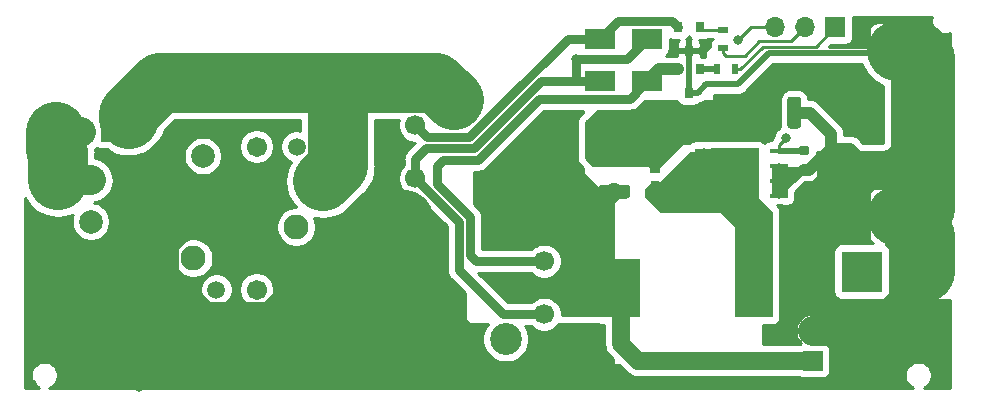
<source format=gtl>
G04 #@! TF.GenerationSoftware,KiCad,Pcbnew,(5.1.6-0-10_14)*
G04 #@! TF.CreationDate,2021-11-25T16:37:17+09:00*
G04 #@! TF.ProjectId,peltier+relay,70656c74-6965-4722-9b72-656c61792e6b,rev?*
G04 #@! TF.SameCoordinates,Original*
G04 #@! TF.FileFunction,Copper,L1,Top*
G04 #@! TF.FilePolarity,Positive*
%FSLAX46Y46*%
G04 Gerber Fmt 4.6, Leading zero omitted, Abs format (unit mm)*
G04 Created by KiCad (PCBNEW (5.1.6-0-10_14)) date 2021-11-25 16:37:17*
%MOMM*%
%LPD*%
G01*
G04 APERTURE LIST*
G04 #@! TA.AperFunction,NonConductor*
%ADD10C,0.100000*%
G04 #@! TD*
G04 #@! TA.AperFunction,EtchedComponent*
%ADD11C,0.100000*%
G04 #@! TD*
G04 #@! TA.AperFunction,SMDPad,CuDef*
%ADD12R,2.500000X1.800000*%
G04 #@! TD*
G04 #@! TA.AperFunction,ComponentPad*
%ADD13C,2.000000*%
G04 #@! TD*
G04 #@! TA.AperFunction,ComponentPad*
%ADD14R,3.500000X3.500000*%
G04 #@! TD*
G04 #@! TA.AperFunction,ComponentPad*
%ADD15C,2.700000*%
G04 #@! TD*
G04 #@! TA.AperFunction,ComponentPad*
%ADD16C,1.700000*%
G04 #@! TD*
G04 #@! TA.AperFunction,ComponentPad*
%ADD17C,2.108200*%
G04 #@! TD*
G04 #@! TA.AperFunction,ComponentPad*
%ADD18C,2.006600*%
G04 #@! TD*
G04 #@! TA.AperFunction,ComponentPad*
%ADD19C,1.701800*%
G04 #@! TD*
G04 #@! TA.AperFunction,ComponentPad*
%ADD20C,1.498600*%
G04 #@! TD*
G04 #@! TA.AperFunction,SMDPad,CuDef*
%ADD21R,0.800000X0.900000*%
G04 #@! TD*
G04 #@! TA.AperFunction,ComponentPad*
%ADD22O,1.700000X1.700000*%
G04 #@! TD*
G04 #@! TA.AperFunction,ComponentPad*
%ADD23R,1.700000X1.700000*%
G04 #@! TD*
G04 #@! TA.AperFunction,SMDPad,CuDef*
%ADD24R,0.500000X0.900000*%
G04 #@! TD*
G04 #@! TA.AperFunction,SMDPad,CuDef*
%ADD25R,0.900000X0.500000*%
G04 #@! TD*
G04 #@! TA.AperFunction,SMDPad,CuDef*
%ADD26R,0.762000X0.863600*%
G04 #@! TD*
G04 #@! TA.AperFunction,SMDPad,CuDef*
%ADD27R,0.889000X1.397000*%
G04 #@! TD*
G04 #@! TA.AperFunction,SMDPad,CuDef*
%ADD28R,3.250000X5.000000*%
G04 #@! TD*
G04 #@! TA.AperFunction,SMDPad,CuDef*
%ADD29R,1.516000X0.457200*%
G04 #@! TD*
G04 #@! TA.AperFunction,ViaPad*
%ADD30C,0.800000*%
G04 #@! TD*
G04 #@! TA.AperFunction,Conductor*
%ADD31C,1.000000*%
G04 #@! TD*
G04 #@! TA.AperFunction,Conductor*
%ADD32C,0.750000*%
G04 #@! TD*
G04 #@! TA.AperFunction,Conductor*
%ADD33C,1.016000*%
G04 #@! TD*
G04 #@! TA.AperFunction,Conductor*
%ADD34C,1.524000*%
G04 #@! TD*
G04 #@! TA.AperFunction,Conductor*
%ADD35C,5.080000*%
G04 #@! TD*
G04 #@! TA.AperFunction,Conductor*
%ADD36C,2.540000*%
G04 #@! TD*
G04 #@! TA.AperFunction,Conductor*
%ADD37C,0.508000*%
G04 #@! TD*
G04 #@! TA.AperFunction,Conductor*
%ADD38C,0.250000*%
G04 #@! TD*
G04 #@! TA.AperFunction,Conductor*
%ADD39C,0.254000*%
G04 #@! TD*
G04 APERTURE END LIST*
D10*
G36*
X165600000Y-95750000D02*
G01*
X164965000Y-95750000D01*
X163695000Y-97020000D01*
X163695000Y-97655000D01*
X162425000Y-97655000D01*
X162425000Y-95115000D01*
X165600000Y-95115000D01*
X165600000Y-95750000D01*
G37*
X165600000Y-95750000D02*
X164965000Y-95750000D01*
X163695000Y-97020000D01*
X163695000Y-97655000D01*
X162425000Y-97655000D01*
X162425000Y-95115000D01*
X165600000Y-95115000D01*
X165600000Y-95750000D01*
G36*
X161155000Y-97655000D02*
G01*
X162425000Y-98925000D01*
X162425000Y-104005000D01*
X159250000Y-104005000D01*
X159250000Y-100195000D01*
X157980000Y-98925000D01*
X152900000Y-98925000D01*
X151630000Y-97655000D01*
X151630000Y-97020000D01*
X152265000Y-96385000D01*
X152900000Y-96385000D01*
X155440000Y-93845000D01*
X161155000Y-93845000D01*
X161155000Y-97655000D01*
G37*
X161155000Y-97655000D02*
X162425000Y-98925000D01*
X162425000Y-104005000D01*
X159250000Y-104005000D01*
X159250000Y-100195000D01*
X157980000Y-98925000D01*
X152900000Y-98925000D01*
X151630000Y-97655000D01*
X151630000Y-97020000D01*
X152265000Y-96385000D01*
X152900000Y-96385000D01*
X155440000Y-93845000D01*
X161155000Y-93845000D01*
X161155000Y-97655000D01*
D11*
G36*
X157230700Y-97832800D02*
G01*
X161218500Y-97832800D01*
X161218500Y-93514800D01*
X157230700Y-93514800D01*
X157230700Y-97832800D01*
G37*
X157230700Y-97832800D02*
X161218500Y-97832800D01*
X161218500Y-93514800D01*
X157230700Y-93514800D01*
X157230700Y-97832800D01*
D12*
X151860000Y-87890000D03*
X147860000Y-87890000D03*
X151860000Y-84290000D03*
X147860000Y-84290000D03*
D13*
X104750000Y-99770000D03*
X104750000Y-96270000D03*
D14*
X170000000Y-104000000D03*
G04 #@! TA.AperFunction,ComponentPad*
G36*
G01*
X177500000Y-103000000D02*
X177500000Y-105000000D01*
G75*
G02*
X176750000Y-105750000I-750000J0D01*
G01*
X175250000Y-105750000D01*
G75*
G02*
X174500000Y-105000000I0J750000D01*
G01*
X174500000Y-103000000D01*
G75*
G02*
X175250000Y-102250000I750000J0D01*
G01*
X176750000Y-102250000D01*
G75*
G02*
X177500000Y-103000000I0J-750000D01*
G01*
G37*
G04 #@! TD.AperFunction*
G04 #@! TA.AperFunction,ComponentPad*
G36*
G01*
X174750000Y-98425000D02*
X174750000Y-100175000D01*
G75*
G02*
X173875000Y-101050000I-875000J0D01*
G01*
X172125000Y-101050000D01*
G75*
G02*
X171250000Y-100175000I0J875000D01*
G01*
X171250000Y-98425000D01*
G75*
G02*
X172125000Y-97550000I875000J0D01*
G01*
X173875000Y-97550000D01*
G75*
G02*
X174750000Y-98425000I0J-875000D01*
G01*
G37*
G04 #@! TD.AperFunction*
G04 #@! TA.AperFunction,ComponentPad*
G36*
G01*
X174750000Y-84425000D02*
X174750000Y-86175000D01*
G75*
G02*
X173875000Y-87050000I-875000J0D01*
G01*
X172125000Y-87050000D01*
G75*
G02*
X171250000Y-86175000I0J875000D01*
G01*
X171250000Y-84425000D01*
G75*
G02*
X172125000Y-83550000I875000J0D01*
G01*
X173875000Y-83550000D01*
G75*
G02*
X174750000Y-84425000I0J-875000D01*
G01*
G37*
G04 #@! TD.AperFunction*
G04 #@! TA.AperFunction,ComponentPad*
G36*
G01*
X177500000Y-89000000D02*
X177500000Y-91000000D01*
G75*
G02*
X176750000Y-91750000I-750000J0D01*
G01*
X175250000Y-91750000D01*
G75*
G02*
X174500000Y-91000000I0J750000D01*
G01*
X174500000Y-89000000D01*
G75*
G02*
X175250000Y-88250000I750000J0D01*
G01*
X176750000Y-88250000D01*
G75*
G02*
X177500000Y-89000000I0J-750000D01*
G01*
G37*
G04 #@! TD.AperFunction*
X170000000Y-90000000D03*
D15*
X139880000Y-109710000D03*
D16*
X143130000Y-107610000D03*
X143130000Y-103110000D03*
D13*
X140780000Y-99610000D03*
D15*
X135480000Y-89510000D03*
D16*
X132230000Y-91610000D03*
X132230000Y-96110000D03*
D13*
X131280000Y-99610000D03*
D17*
X114830000Y-98720000D03*
D18*
X114230000Y-94220000D03*
D19*
X118780000Y-93420000D03*
D20*
X122180000Y-93420000D03*
D17*
X124130000Y-96070000D03*
X122130000Y-100220000D03*
D18*
X122730000Y-104720000D03*
D19*
X118780000Y-105520000D03*
D20*
X115380000Y-105520000D03*
D17*
X113430000Y-102870000D03*
D21*
X156320000Y-86890000D03*
X154420000Y-86890000D03*
X155370000Y-88890000D03*
X155370000Y-85290000D03*
X154420000Y-83290000D03*
X156320000Y-83290000D03*
D22*
X162690010Y-83330008D03*
X165230010Y-83330008D03*
D23*
X167770010Y-83330008D03*
D24*
X157798960Y-86885400D03*
X159298960Y-86885400D03*
D25*
X158240000Y-85040000D03*
X158240000Y-83540000D03*
D22*
X103940000Y-92160000D03*
D23*
X106480000Y-92160000D03*
G04 #@! TA.AperFunction,SMDPad,CuDef*
G36*
G01*
X160768700Y-91643001D02*
X160768700Y-89442999D01*
G75*
G02*
X161018699Y-89193000I249999J0D01*
G01*
X161668701Y-89193000D01*
G75*
G02*
X161918700Y-89442999I0J-249999D01*
G01*
X161918700Y-91643001D01*
G75*
G02*
X161668701Y-91893000I-249999J0D01*
G01*
X161018699Y-91893000D01*
G75*
G02*
X160768700Y-91643001I0J249999D01*
G01*
G37*
G04 #@! TD.AperFunction*
G04 #@! TA.AperFunction,SMDPad,CuDef*
G36*
G01*
X163718700Y-91643001D02*
X163718700Y-89442999D01*
G75*
G02*
X163968699Y-89193000I249999J0D01*
G01*
X164618701Y-89193000D01*
G75*
G02*
X164868700Y-89442999I0J-249999D01*
G01*
X164868700Y-91643001D01*
G75*
G02*
X164618701Y-91893000I-249999J0D01*
G01*
X163968699Y-91893000D01*
G75*
G02*
X163718700Y-91643001I0J249999D01*
G01*
G37*
G04 #@! TD.AperFunction*
G04 #@! TA.AperFunction,SMDPad,CuDef*
G36*
G01*
X147964599Y-96665240D02*
X150164601Y-96665240D01*
G75*
G02*
X150414600Y-96915239I0J-249999D01*
G01*
X150414600Y-97565241D01*
G75*
G02*
X150164601Y-97815240I-249999J0D01*
G01*
X147964599Y-97815240D01*
G75*
G02*
X147714600Y-97565241I0J249999D01*
G01*
X147714600Y-96915239D01*
G75*
G02*
X147964599Y-96665240I249999J0D01*
G01*
G37*
G04 #@! TD.AperFunction*
G04 #@! TA.AperFunction,SMDPad,CuDef*
G36*
G01*
X147964599Y-93715240D02*
X150164601Y-93715240D01*
G75*
G02*
X150414600Y-93965239I0J-249999D01*
G01*
X150414600Y-94615241D01*
G75*
G02*
X150164601Y-94865240I-249999J0D01*
G01*
X147964599Y-94865240D01*
G75*
G02*
X147714600Y-94615241I0J249999D01*
G01*
X147714600Y-93965239D01*
G75*
G02*
X147964599Y-93715240I249999J0D01*
G01*
G37*
G04 #@! TD.AperFunction*
D26*
X152498680Y-96771080D03*
D27*
X152498680Y-95005780D03*
D22*
X165879400Y-108996100D03*
D23*
X165879400Y-111536100D03*
D28*
X160861800Y-105402000D03*
X149611800Y-105402000D03*
D29*
X156625100Y-97578800D03*
X156625100Y-96308800D03*
X156625100Y-95038800D03*
X156625100Y-93768800D03*
X162967100Y-93768800D03*
X162967100Y-95038800D03*
X162967100Y-96308800D03*
X162967100Y-97578800D03*
G04 #@! TA.AperFunction,SMDPad,CuDef*
G36*
G01*
X164829700Y-93356600D02*
X165379700Y-93356600D01*
G75*
G02*
X165579700Y-93556600I0J-200000D01*
G01*
X165579700Y-93956600D01*
G75*
G02*
X165379700Y-94156600I-200000J0D01*
G01*
X164829700Y-94156600D01*
G75*
G02*
X164629700Y-93956600I0J200000D01*
G01*
X164629700Y-93556600D01*
G75*
G02*
X164829700Y-93356600I200000J0D01*
G01*
G37*
G04 #@! TD.AperFunction*
G04 #@! TA.AperFunction,SMDPad,CuDef*
G36*
G01*
X164829700Y-95006600D02*
X165379700Y-95006600D01*
G75*
G02*
X165579700Y-95206600I0J-200000D01*
G01*
X165579700Y-95606600D01*
G75*
G02*
X165379700Y-95806600I-200000J0D01*
G01*
X164829700Y-95806600D01*
G75*
G02*
X164629700Y-95606600I0J200000D01*
G01*
X164629700Y-95206600D01*
G75*
G02*
X164829700Y-95006600I200000J0D01*
G01*
G37*
G04 #@! TD.AperFunction*
D30*
X145860000Y-86010000D03*
X101000000Y-100790000D03*
X99700000Y-103110000D03*
X100720000Y-106740000D03*
X99730000Y-113490000D03*
X99840000Y-110160000D03*
X104200000Y-113500000D03*
X102790000Y-110840000D03*
X104870000Y-108190000D03*
X106740000Y-110780000D03*
X108860000Y-113750000D03*
X114140000Y-113350000D03*
X119600000Y-113240000D03*
X126430000Y-113440000D03*
X133750000Y-113310000D03*
X140290000Y-113430000D03*
X147050000Y-113480000D03*
X118520000Y-97210000D03*
X164950000Y-98940000D03*
X164180000Y-101380000D03*
X165370000Y-103700000D03*
X163760000Y-106490000D03*
X162630000Y-109220000D03*
X176480000Y-113030000D03*
X175170000Y-107320000D03*
X175830000Y-109940000D03*
X171760000Y-108240000D03*
X173150000Y-112070000D03*
X173150000Y-109990000D03*
X168580000Y-112970000D03*
X168803900Y-108996100D03*
X170000000Y-111300000D03*
X170435000Y-94985000D03*
X175380990Y-96219010D03*
X175380990Y-93999010D03*
X169900000Y-99500000D03*
X129900000Y-95400000D03*
X128000000Y-98700000D03*
X107600000Y-95500000D03*
X107750000Y-107900000D03*
X110000000Y-110800000D03*
X110742365Y-99942365D03*
X112530000Y-98720000D03*
X110700000Y-95700000D03*
X108750000Y-97450000D03*
X103200000Y-104200000D03*
X105450000Y-105900000D03*
X129635000Y-97965000D03*
X134300000Y-99950000D03*
X146900000Y-109300000D03*
X144100000Y-110300000D03*
X163568000Y-92702000D03*
X159550000Y-84425000D03*
D31*
X152860000Y-86890000D02*
X151860000Y-87890000D01*
X154420000Y-86890000D02*
X152860000Y-86890000D01*
D32*
X142717320Y-89365001D02*
X150384999Y-89365001D01*
X137557293Y-94525029D02*
X142717320Y-89365001D01*
X134555971Y-94525029D02*
X137557293Y-94525029D01*
X134050000Y-96586484D02*
X134050000Y-95031000D01*
X134050000Y-95031000D02*
X134555971Y-94525029D01*
X136850000Y-99386484D02*
X134050000Y-96586484D01*
X137360000Y-103110000D02*
X136850000Y-102600000D01*
X150384999Y-89365001D02*
X151860000Y-87890000D01*
X136850000Y-102600000D02*
X136850000Y-99386484D01*
X143130000Y-103110000D02*
X137360000Y-103110000D01*
X145860000Y-87890000D02*
X145860000Y-86010000D01*
X151860000Y-84290000D02*
X151750000Y-84290000D01*
X150140000Y-86010000D02*
X151860000Y-84290000D01*
X145860000Y-86010000D02*
X150140000Y-86010000D01*
X147860000Y-87890000D02*
X145860000Y-87890000D01*
D33*
X151783140Y-94290240D02*
X152498680Y-95005780D01*
X149064600Y-94290240D02*
X151783140Y-94290240D01*
X156961460Y-90543000D02*
X161343700Y-90543000D01*
X152498680Y-95005780D02*
X156961460Y-90543000D01*
D34*
X161343700Y-89193000D02*
X163453180Y-87083520D01*
X161343700Y-90543000D02*
X161343700Y-89193000D01*
X167083520Y-87083520D02*
X170000000Y-90000000D01*
X163453180Y-87083520D02*
X167083520Y-87083520D01*
D32*
X145860000Y-87890000D02*
X142848804Y-87890000D01*
X137163786Y-93575019D02*
X133134981Y-93575019D01*
X133134981Y-93575019D02*
X132230000Y-94480000D01*
X132230000Y-94480000D02*
X132230000Y-96110000D01*
X142848804Y-87890000D02*
X137163786Y-93575019D01*
X139610000Y-107610000D02*
X143130000Y-107610000D01*
X135885000Y-103885000D02*
X139610000Y-107610000D01*
X135885000Y-99765000D02*
X135885000Y-103885000D01*
X132230000Y-96110000D02*
X135885000Y-99765000D01*
X153944999Y-82814999D02*
X154420000Y-83290000D01*
X149335001Y-82814999D02*
X153944999Y-82814999D01*
X147860000Y-84290000D02*
X149335001Y-82814999D01*
X145860000Y-84290000D02*
X145105288Y-84290000D01*
X133245009Y-92625009D02*
X132230000Y-91610000D01*
X145105288Y-84290000D02*
X139172644Y-90222644D01*
X139172644Y-90222644D02*
X136770279Y-92625009D01*
X145860000Y-84290000D02*
X147860000Y-84290000D01*
X136770279Y-92625009D02*
X133245009Y-92625009D01*
D35*
X133989999Y-88019999D02*
X130506799Y-88019999D01*
X135480000Y-89510000D02*
X133989999Y-88019999D01*
X107950010Y-90639990D02*
X107950010Y-91060000D01*
X110570001Y-88019999D02*
X107950010Y-90639990D01*
X125669301Y-95094865D02*
X125669301Y-88259299D01*
X125669301Y-88259299D02*
X125430001Y-88019999D01*
X125430001Y-88019999D02*
X110570001Y-88019999D01*
X124412083Y-96352083D02*
X125669301Y-95094865D01*
X130506799Y-88019999D02*
X125430001Y-88019999D01*
D34*
X149611800Y-105402000D02*
X149611800Y-110094480D01*
X151053420Y-111536100D02*
X165879400Y-111536100D01*
X149611800Y-110094480D02*
X151053420Y-111536100D01*
X146694840Y-99610000D02*
X149064600Y-97240240D01*
X140780000Y-99610000D02*
X146694840Y-99610000D01*
X146694840Y-102485040D02*
X149611800Y-105402000D01*
X146694840Y-99610000D02*
X146694840Y-102485040D01*
D35*
X175380990Y-100948988D02*
X175380990Y-104000000D01*
X173732002Y-99300000D02*
X175380990Y-100948988D01*
X173000000Y-99300000D02*
X173732002Y-99300000D01*
X174780000Y-99300000D02*
X173000000Y-99300000D01*
X175380990Y-85930990D02*
X175380990Y-93999010D01*
X174750000Y-85300000D02*
X175380990Y-85930990D01*
X175380990Y-98699010D02*
X174780000Y-99300000D01*
X173000000Y-85300000D02*
X174750000Y-85300000D01*
D36*
X171003900Y-108996100D02*
X171760000Y-108240000D01*
X165879400Y-108996100D02*
X168803900Y-108996100D01*
D33*
X164293700Y-90543000D02*
X165615240Y-90543000D01*
X165615240Y-90543000D02*
X167398320Y-92326080D01*
X165579700Y-95406600D02*
X165104700Y-95406600D01*
X167398320Y-93587980D02*
X165579700Y-95406600D01*
X167398320Y-92326080D02*
X167398320Y-93587980D01*
X173000000Y-97550000D02*
X173000000Y-99300000D01*
X169037980Y-93587980D02*
X170435000Y-94985000D01*
X167398320Y-93587980D02*
X169037980Y-93587980D01*
D37*
X162967100Y-97578800D02*
X162967100Y-96308800D01*
X162967100Y-96308800D02*
X162967100Y-95038800D01*
X164202500Y-96308800D02*
X165104700Y-95406600D01*
X162967100Y-96308800D02*
X164202500Y-96308800D01*
D35*
X131280000Y-99610000D02*
X126170000Y-104720000D01*
X122730000Y-106884534D02*
X122730000Y-104720000D01*
X120503633Y-109110901D02*
X122730000Y-106884534D01*
X113806735Y-109110901D02*
X120503633Y-109110901D01*
X109635899Y-101048831D02*
X109635899Y-104940065D01*
X111964730Y-98720000D02*
X110742365Y-99942365D01*
D38*
X113245834Y-108550000D02*
X113806735Y-109110901D01*
D35*
X112327917Y-107632083D02*
X113806735Y-109110901D01*
D31*
X110910000Y-109050000D02*
X112327917Y-107632083D01*
D35*
X109635899Y-104940065D02*
X112327917Y-107632083D01*
X114830000Y-98720000D02*
X112530000Y-98720000D01*
X126170000Y-104720000D02*
X122730000Y-104720000D01*
D36*
X171760000Y-108240000D02*
X176000000Y-104000000D01*
X168803900Y-108996100D02*
X171003900Y-108996100D01*
D33*
X170435000Y-94985000D02*
X173000000Y-97550000D01*
D35*
X175380990Y-96219010D02*
X175380990Y-98699010D01*
X175380990Y-93999010D02*
X175380990Y-96219010D01*
X110742365Y-99942365D02*
X109635899Y-101048831D01*
X112530000Y-98720000D02*
X111964730Y-98720000D01*
D37*
X155374010Y-85294010D02*
X155374010Y-88885990D01*
X155374010Y-88885990D02*
X155370000Y-88890000D01*
X155370000Y-85290000D02*
X155374010Y-85294010D01*
X155370000Y-88890000D02*
X156110000Y-88890000D01*
X156110000Y-88890000D02*
X156850000Y-88150000D01*
X159551562Y-88150000D02*
X162167533Y-85534029D01*
X156850000Y-88150000D02*
X159551562Y-88150000D01*
X172765971Y-85534029D02*
X173000000Y-85300000D01*
X162167533Y-85534029D02*
X172765971Y-85534029D01*
X156324600Y-86885400D02*
X156320000Y-86890000D01*
X157798960Y-86885400D02*
X156324600Y-86885400D01*
D38*
X156570000Y-83540000D02*
X156320000Y-83290000D01*
X158240000Y-83540000D02*
X156570000Y-83540000D01*
D37*
X162979300Y-93756600D02*
X162967100Y-93768800D01*
X165104700Y-93756600D02*
X162979300Y-93756600D01*
D38*
X162967100Y-93302900D02*
X163568000Y-92702000D01*
X162967100Y-93768800D02*
X162967100Y-93302900D01*
X160644992Y-83330008D02*
X162690010Y-83330008D01*
X159550000Y-84425000D02*
X160644992Y-83330008D01*
X159310960Y-86873400D02*
X159298960Y-86885400D01*
X159744600Y-86873400D02*
X159310960Y-86873400D01*
X161662981Y-84955019D02*
X159744600Y-86873400D01*
X166144999Y-84955019D02*
X161662981Y-84955019D01*
X167770010Y-83330008D02*
X166144999Y-84955019D01*
X158240000Y-85465000D02*
X158240000Y-85040000D01*
X160106000Y-85750000D02*
X158525000Y-85750000D01*
X164055009Y-84505009D02*
X161350991Y-84505009D01*
X161350991Y-84505009D02*
X160106000Y-85750000D01*
X158525000Y-85750000D02*
X158240000Y-85465000D01*
X165230010Y-83330008D02*
X164055009Y-84505009D01*
D36*
X103940000Y-92160000D02*
X101830000Y-92160000D01*
X104750000Y-96270000D02*
X101960000Y-96270000D01*
D35*
X101960000Y-93850000D02*
X101830000Y-93720000D01*
X101960000Y-96270000D02*
X101960000Y-93850000D01*
X101830000Y-93720000D02*
X101830000Y-92160000D01*
D37*
X160861800Y-105402000D02*
X160861800Y-98845160D01*
X159595440Y-97578800D02*
X156625100Y-97578800D01*
X160861800Y-98845160D02*
X159595440Y-97578800D01*
X156625100Y-97578800D02*
X156625100Y-96308800D01*
X156625100Y-95038800D02*
X156625100Y-96308800D01*
X156625100Y-95038800D02*
X156625100Y-93768800D01*
X156162820Y-96771080D02*
X156625100Y-96308800D01*
X152498680Y-96771080D02*
X156162820Y-96771080D01*
D39*
G36*
X175910562Y-82656790D02*
G01*
X175910562Y-82883210D01*
X175954734Y-83105279D01*
X176041381Y-83314463D01*
X176167173Y-83502724D01*
X176327276Y-83662827D01*
X176515537Y-83788619D01*
X176724721Y-83875266D01*
X176946790Y-83919438D01*
X177173210Y-83919438D01*
X177395279Y-83875266D01*
X177486000Y-83837688D01*
X177486000Y-87611963D01*
X176285750Y-87615000D01*
X176127000Y-87773750D01*
X176127000Y-89873000D01*
X176147000Y-89873000D01*
X176147000Y-90127000D01*
X176127000Y-90127000D01*
X176127000Y-92226250D01*
X176285750Y-92385000D01*
X177486000Y-92388037D01*
X177486001Y-101611963D01*
X176285750Y-101615000D01*
X176127000Y-101773750D01*
X176127000Y-103873000D01*
X176147000Y-103873000D01*
X176147000Y-104127000D01*
X176127000Y-104127000D01*
X176127000Y-106226250D01*
X176285750Y-106385000D01*
X177486001Y-106388037D01*
X177486001Y-113835000D01*
X175242490Y-113835000D01*
X175354463Y-113788619D01*
X175542724Y-113662827D01*
X175702827Y-113502724D01*
X175828619Y-113314463D01*
X175915266Y-113105279D01*
X175959438Y-112883210D01*
X175959438Y-112656790D01*
X175915266Y-112434721D01*
X175828619Y-112225537D01*
X175702827Y-112037276D01*
X175542724Y-111877173D01*
X175354463Y-111751381D01*
X175145279Y-111664734D01*
X174923210Y-111620562D01*
X174696790Y-111620562D01*
X174474721Y-111664734D01*
X174265537Y-111751381D01*
X174077276Y-111877173D01*
X173917173Y-112037276D01*
X173791381Y-112225537D01*
X173704734Y-112434721D01*
X173660562Y-112656790D01*
X173660562Y-112883210D01*
X173704734Y-113105279D01*
X173791381Y-113314463D01*
X173917173Y-113502724D01*
X174077276Y-113662827D01*
X174265537Y-113788619D01*
X174377510Y-113835000D01*
X101242490Y-113835000D01*
X101354463Y-113788619D01*
X101542724Y-113662827D01*
X101702827Y-113502724D01*
X101828619Y-113314463D01*
X101915266Y-113105279D01*
X101959438Y-112883210D01*
X101959438Y-112656790D01*
X101915266Y-112434721D01*
X101828619Y-112225537D01*
X101702827Y-112037276D01*
X101542724Y-111877173D01*
X101354463Y-111751381D01*
X101145279Y-111664734D01*
X100923210Y-111620562D01*
X100696790Y-111620562D01*
X100474721Y-111664734D01*
X100265537Y-111751381D01*
X100077276Y-111877173D01*
X99917173Y-112037276D01*
X99791381Y-112225537D01*
X99704734Y-112434721D01*
X99660562Y-112656790D01*
X99660562Y-112883210D01*
X99704734Y-113105279D01*
X99791381Y-113314463D01*
X99917173Y-113502724D01*
X100077276Y-113662827D01*
X100265537Y-113788619D01*
X100377510Y-113835000D01*
X99185000Y-113835000D01*
X99185000Y-105383658D01*
X113995700Y-105383658D01*
X113995700Y-105656342D01*
X114048898Y-105923785D01*
X114153249Y-106175712D01*
X114304744Y-106402440D01*
X114497560Y-106595256D01*
X114724288Y-106746751D01*
X114976215Y-106851102D01*
X115243658Y-106904300D01*
X115516342Y-106904300D01*
X115783785Y-106851102D01*
X116035712Y-106746751D01*
X116262440Y-106595256D01*
X116455256Y-106402440D01*
X116606751Y-106175712D01*
X116711102Y-105923785D01*
X116764300Y-105656342D01*
X116764300Y-105383658D01*
X116762310Y-105373652D01*
X117294100Y-105373652D01*
X117294100Y-105666348D01*
X117351202Y-105953421D01*
X117463212Y-106223838D01*
X117625826Y-106467206D01*
X117832794Y-106674174D01*
X118076162Y-106836788D01*
X118346579Y-106948798D01*
X118633652Y-107005900D01*
X118926348Y-107005900D01*
X119213421Y-106948798D01*
X119483838Y-106836788D01*
X119727206Y-106674174D01*
X119934174Y-106467206D01*
X120096788Y-106223838D01*
X120208798Y-105953421D01*
X120227824Y-105857767D01*
X121771838Y-105857767D01*
X121868001Y-106122505D01*
X122158180Y-106263724D01*
X122470333Y-106345619D01*
X122792465Y-106365042D01*
X123112196Y-106321247D01*
X123417240Y-106215917D01*
X123591999Y-106122505D01*
X123688162Y-105857767D01*
X122730000Y-104899605D01*
X121771838Y-105857767D01*
X120227824Y-105857767D01*
X120265900Y-105666348D01*
X120265900Y-105373652D01*
X120208798Y-105086579D01*
X120096788Y-104816162D01*
X120074273Y-104782465D01*
X121084958Y-104782465D01*
X121128753Y-105102196D01*
X121234083Y-105407240D01*
X121327495Y-105581999D01*
X121592233Y-105678162D01*
X122550395Y-104720000D01*
X122909605Y-104720000D01*
X123867767Y-105678162D01*
X124132505Y-105581999D01*
X124273724Y-105291820D01*
X124355619Y-104979667D01*
X124375042Y-104657535D01*
X124331247Y-104337804D01*
X124225917Y-104032760D01*
X124132505Y-103858001D01*
X123867767Y-103761838D01*
X122909605Y-104720000D01*
X122550395Y-104720000D01*
X121592233Y-103761838D01*
X121327495Y-103858001D01*
X121186276Y-104148180D01*
X121104381Y-104460333D01*
X121084958Y-104782465D01*
X120074273Y-104782465D01*
X119934174Y-104572794D01*
X119727206Y-104365826D01*
X119483838Y-104203212D01*
X119213421Y-104091202D01*
X118926348Y-104034100D01*
X118633652Y-104034100D01*
X118346579Y-104091202D01*
X118076162Y-104203212D01*
X117832794Y-104365826D01*
X117625826Y-104572794D01*
X117463212Y-104816162D01*
X117351202Y-105086579D01*
X117294100Y-105373652D01*
X116762310Y-105373652D01*
X116711102Y-105116215D01*
X116606751Y-104864288D01*
X116455256Y-104637560D01*
X116262440Y-104444744D01*
X116035712Y-104293249D01*
X115783785Y-104188898D01*
X115516342Y-104135700D01*
X115243658Y-104135700D01*
X114976215Y-104188898D01*
X114724288Y-104293249D01*
X114497560Y-104444744D01*
X114304744Y-104637560D01*
X114153249Y-104864288D01*
X114048898Y-105116215D01*
X113995700Y-105383658D01*
X99185000Y-105383658D01*
X99185000Y-102703638D01*
X111740900Y-102703638D01*
X111740900Y-103036362D01*
X111805811Y-103362692D01*
X111933139Y-103670089D01*
X112117990Y-103946739D01*
X112353261Y-104182010D01*
X112629911Y-104366861D01*
X112937308Y-104494189D01*
X113263638Y-104559100D01*
X113596362Y-104559100D01*
X113922692Y-104494189D01*
X114230089Y-104366861D01*
X114506739Y-104182010D01*
X114742010Y-103946739D01*
X114926861Y-103670089D01*
X114963252Y-103582233D01*
X121771838Y-103582233D01*
X122730000Y-104540395D01*
X123688162Y-103582233D01*
X123591999Y-103317495D01*
X123301820Y-103176276D01*
X122989667Y-103094381D01*
X122667535Y-103074958D01*
X122347804Y-103118753D01*
X122042760Y-103224083D01*
X121868001Y-103317495D01*
X121771838Y-103582233D01*
X114963252Y-103582233D01*
X115054189Y-103362692D01*
X115119100Y-103036362D01*
X115119100Y-102703638D01*
X115054189Y-102377308D01*
X114926861Y-102069911D01*
X114742010Y-101793261D01*
X114506739Y-101557990D01*
X114230089Y-101373139D01*
X113922692Y-101245811D01*
X113596362Y-101180900D01*
X113263638Y-101180900D01*
X112937308Y-101245811D01*
X112629911Y-101373139D01*
X112353261Y-101557990D01*
X112117990Y-101793261D01*
X111933139Y-102069911D01*
X111805811Y-102377308D01*
X111740900Y-102703638D01*
X99185000Y-102703638D01*
X99185000Y-97813641D01*
X99307311Y-98042469D01*
X99704073Y-98525927D01*
X100187530Y-98922689D01*
X100739101Y-99217510D01*
X101337591Y-99399060D01*
X101960000Y-99460362D01*
X102582408Y-99399060D01*
X103180898Y-99217510D01*
X103217168Y-99198123D01*
X103177832Y-99293088D01*
X103115000Y-99608967D01*
X103115000Y-99931033D01*
X103177832Y-100246912D01*
X103301082Y-100544463D01*
X103480013Y-100812252D01*
X103707748Y-101039987D01*
X103975537Y-101218918D01*
X104273088Y-101342168D01*
X104588967Y-101405000D01*
X104911033Y-101405000D01*
X105226912Y-101342168D01*
X105524463Y-101218918D01*
X105792252Y-101039987D01*
X106019987Y-100812252D01*
X106198918Y-100544463D01*
X106322168Y-100246912D01*
X106385000Y-99931033D01*
X106385000Y-99893990D01*
X113835616Y-99893990D01*
X113937910Y-100163922D01*
X114236746Y-100310215D01*
X114558380Y-100395398D01*
X114890453Y-100416195D01*
X115220203Y-100371809D01*
X115534958Y-100263946D01*
X115722090Y-100163922D01*
X115824384Y-99893990D01*
X114830000Y-98899605D01*
X113835616Y-99893990D01*
X106385000Y-99893990D01*
X106385000Y-99608967D01*
X106322168Y-99293088D01*
X106198918Y-98995537D01*
X106055204Y-98780453D01*
X113133805Y-98780453D01*
X113178191Y-99110203D01*
X113286054Y-99424958D01*
X113386078Y-99612090D01*
X113656010Y-99714384D01*
X114650395Y-98720000D01*
X115009605Y-98720000D01*
X116003990Y-99714384D01*
X116273922Y-99612090D01*
X116420215Y-99313254D01*
X116505398Y-98991620D01*
X116526195Y-98659547D01*
X116481809Y-98329797D01*
X116373946Y-98015042D01*
X116273922Y-97827910D01*
X116003990Y-97725616D01*
X115009605Y-98720000D01*
X114650395Y-98720000D01*
X113656010Y-97725616D01*
X113386078Y-97827910D01*
X113239785Y-98126746D01*
X113154602Y-98448380D01*
X113133805Y-98780453D01*
X106055204Y-98780453D01*
X106019987Y-98727748D01*
X105792252Y-98500013D01*
X105524463Y-98321082D01*
X105226912Y-98197832D01*
X105023193Y-98157310D01*
X105123445Y-98147436D01*
X105482539Y-98038506D01*
X105813482Y-97861613D01*
X106103556Y-97623556D01*
X106167196Y-97546010D01*
X113835616Y-97546010D01*
X114830000Y-98540395D01*
X115824384Y-97546010D01*
X115722090Y-97276078D01*
X115423254Y-97129785D01*
X115101620Y-97044602D01*
X114769547Y-97023805D01*
X114439797Y-97068191D01*
X114125042Y-97176054D01*
X113937910Y-97276078D01*
X113835616Y-97546010D01*
X106167196Y-97546010D01*
X106341613Y-97333482D01*
X106518506Y-97002539D01*
X106627436Y-96643445D01*
X106664217Y-96270000D01*
X106627436Y-95896555D01*
X106518506Y-95537461D01*
X106341613Y-95206518D01*
X106103556Y-94916444D01*
X105813482Y-94678387D01*
X105482539Y-94501494D01*
X105135000Y-94396069D01*
X105135000Y-94005973D01*
X105150362Y-93850000D01*
X105133735Y-93681182D01*
X105130412Y-93647444D01*
X105268093Y-93534453D01*
X105275506Y-93540537D01*
X105385820Y-93599502D01*
X105505518Y-93635812D01*
X105630000Y-93648072D01*
X106098805Y-93648072D01*
X106177541Y-93712689D01*
X106729112Y-94007510D01*
X107327602Y-94189060D01*
X107950010Y-94250362D01*
X108572419Y-94189060D01*
X109002349Y-94058642D01*
X112591700Y-94058642D01*
X112591700Y-94381358D01*
X112654659Y-94697874D01*
X112778157Y-94996026D01*
X112957449Y-95264355D01*
X113185645Y-95492551D01*
X113453974Y-95671843D01*
X113752126Y-95795341D01*
X114068642Y-95858300D01*
X114391358Y-95858300D01*
X114707874Y-95795341D01*
X115006026Y-95671843D01*
X115274355Y-95492551D01*
X115502551Y-95264355D01*
X115681843Y-94996026D01*
X115805341Y-94697874D01*
X115868300Y-94381358D01*
X115868300Y-94058642D01*
X115805341Y-93742126D01*
X115681843Y-93443974D01*
X115568038Y-93273652D01*
X117294100Y-93273652D01*
X117294100Y-93566348D01*
X117351202Y-93853421D01*
X117463212Y-94123838D01*
X117625826Y-94367206D01*
X117832794Y-94574174D01*
X118076162Y-94736788D01*
X118346579Y-94848798D01*
X118633652Y-94905900D01*
X118926348Y-94905900D01*
X119213421Y-94848798D01*
X119483838Y-94736788D01*
X119727206Y-94574174D01*
X119934174Y-94367206D01*
X120096788Y-94123838D01*
X120208798Y-93853421D01*
X120265900Y-93566348D01*
X120265900Y-93273652D01*
X120208798Y-92986579D01*
X120096788Y-92716162D01*
X119934174Y-92472794D01*
X119727206Y-92265826D01*
X119483838Y-92103212D01*
X119213421Y-91991202D01*
X118926348Y-91934100D01*
X118633652Y-91934100D01*
X118346579Y-91991202D01*
X118076162Y-92103212D01*
X117832794Y-92265826D01*
X117625826Y-92472794D01*
X117463212Y-92716162D01*
X117351202Y-92986579D01*
X117294100Y-93273652D01*
X115568038Y-93273652D01*
X115502551Y-93175645D01*
X115274355Y-92947449D01*
X115006026Y-92768157D01*
X114707874Y-92644659D01*
X114391358Y-92581700D01*
X114068642Y-92581700D01*
X113752126Y-92644659D01*
X113453974Y-92768157D01*
X113185645Y-92947449D01*
X112957449Y-93175645D01*
X112778157Y-93443974D01*
X112654659Y-93742126D01*
X112591700Y-94058642D01*
X109002349Y-94058642D01*
X109170909Y-94007510D01*
X109722480Y-93712689D01*
X110205937Y-93315927D01*
X110602699Y-92832470D01*
X110897520Y-92280898D01*
X110940319Y-92139808D01*
X111885129Y-91194999D01*
X122494302Y-91194999D01*
X122494301Y-92071099D01*
X122316342Y-92035700D01*
X122043658Y-92035700D01*
X121776215Y-92088898D01*
X121524288Y-92193249D01*
X121297560Y-92344744D01*
X121104744Y-92537560D01*
X120953249Y-92764288D01*
X120848898Y-93016215D01*
X120795700Y-93283658D01*
X120795700Y-93556342D01*
X120848898Y-93823785D01*
X120953249Y-94075712D01*
X121104744Y-94302440D01*
X121297560Y-94495256D01*
X121524288Y-94646751D01*
X121687396Y-94714312D01*
X121464573Y-95131185D01*
X121283024Y-95729675D01*
X121221721Y-96352083D01*
X121283024Y-96974491D01*
X121464573Y-97572981D01*
X121759394Y-98124552D01*
X122092875Y-98530900D01*
X121963638Y-98530900D01*
X121637308Y-98595811D01*
X121329911Y-98723139D01*
X121053261Y-98907990D01*
X120817990Y-99143261D01*
X120633139Y-99419911D01*
X120505811Y-99727308D01*
X120440900Y-100053638D01*
X120440900Y-100386362D01*
X120505811Y-100712692D01*
X120633139Y-101020089D01*
X120817990Y-101296739D01*
X121053261Y-101532010D01*
X121329911Y-101716861D01*
X121637308Y-101844189D01*
X121963638Y-101909100D01*
X122296362Y-101909100D01*
X122622692Y-101844189D01*
X122930089Y-101716861D01*
X123206739Y-101532010D01*
X123442010Y-101296739D01*
X123626861Y-101020089D01*
X123740635Y-100745413D01*
X130324192Y-100745413D01*
X130419956Y-101009814D01*
X130709571Y-101150704D01*
X131021108Y-101232384D01*
X131342595Y-101251718D01*
X131661675Y-101207961D01*
X131966088Y-101102795D01*
X132140044Y-101009814D01*
X132235808Y-100745413D01*
X131280000Y-99789605D01*
X130324192Y-100745413D01*
X123740635Y-100745413D01*
X123754189Y-100712692D01*
X123819100Y-100386362D01*
X123819100Y-100053638D01*
X123754189Y-99727308D01*
X123731527Y-99672595D01*
X129638282Y-99672595D01*
X129682039Y-99991675D01*
X129787205Y-100296088D01*
X129880186Y-100470044D01*
X130144587Y-100565808D01*
X131100395Y-99610000D01*
X131459605Y-99610000D01*
X132415413Y-100565808D01*
X132679814Y-100470044D01*
X132820704Y-100180429D01*
X132902384Y-99868892D01*
X132921718Y-99547405D01*
X132877961Y-99228325D01*
X132772795Y-98923912D01*
X132679814Y-98749956D01*
X132415413Y-98654192D01*
X131459605Y-99610000D01*
X131100395Y-99610000D01*
X130144587Y-98654192D01*
X129880186Y-98749956D01*
X129739296Y-99039571D01*
X129657616Y-99351108D01*
X129638282Y-99672595D01*
X123731527Y-99672595D01*
X123632471Y-99433455D01*
X123789675Y-99481142D01*
X124412083Y-99542445D01*
X125034491Y-99481142D01*
X125632981Y-99299593D01*
X126184552Y-99004772D01*
X126546857Y-98707436D01*
X126779706Y-98474587D01*
X130324192Y-98474587D01*
X131280000Y-99430395D01*
X132235808Y-98474587D01*
X132140044Y-98210186D01*
X131850429Y-98069296D01*
X131538892Y-97987616D01*
X131217405Y-97968282D01*
X130898325Y-98012039D01*
X130593912Y-98117205D01*
X130419956Y-98210186D01*
X130324192Y-98474587D01*
X126779706Y-98474587D01*
X127804068Y-97450225D01*
X127925228Y-97350792D01*
X128321990Y-96867335D01*
X128616811Y-96315764D01*
X128798361Y-95717274D01*
X128844301Y-95250838D01*
X128844301Y-95250837D01*
X128859663Y-95094865D01*
X128844301Y-94938892D01*
X128844301Y-91194999D01*
X130798456Y-91194999D01*
X130745000Y-91463740D01*
X130745000Y-91756260D01*
X130802068Y-92043158D01*
X130914010Y-92313411D01*
X131076525Y-92556632D01*
X131283368Y-92763475D01*
X131526589Y-92925990D01*
X131796842Y-93037932D01*
X132083740Y-93095000D01*
X132186645Y-93095000D01*
X131550906Y-93730739D01*
X131512367Y-93762367D01*
X131386153Y-93916160D01*
X131298578Y-94080003D01*
X131292368Y-94091621D01*
X131234615Y-94282006D01*
X131215114Y-94480000D01*
X131220000Y-94529608D01*
X131220000Y-95019893D01*
X131076525Y-95163368D01*
X130914010Y-95406589D01*
X130802068Y-95676842D01*
X130745000Y-95963740D01*
X130745000Y-96256260D01*
X130802068Y-96543158D01*
X130914010Y-96813411D01*
X131076525Y-97056632D01*
X131283368Y-97263475D01*
X131526589Y-97425990D01*
X131796842Y-97537932D01*
X132083740Y-97595000D01*
X132286645Y-97595000D01*
X134875000Y-100183356D01*
X134875001Y-103835382D01*
X134870114Y-103885000D01*
X134889615Y-104082994D01*
X134947368Y-104273379D01*
X135041154Y-104448840D01*
X135131642Y-104559100D01*
X135167368Y-104602633D01*
X135205901Y-104634256D01*
X136390000Y-105818355D01*
X136390000Y-107815000D01*
X136402201Y-107938882D01*
X136438336Y-108058004D01*
X136497017Y-108167787D01*
X136575987Y-108264013D01*
X136672213Y-108342983D01*
X136781996Y-108401664D01*
X136901118Y-108437799D01*
X137025000Y-108450000D01*
X138334565Y-108450000D01*
X138120915Y-108769750D01*
X137971282Y-109130997D01*
X137895000Y-109514495D01*
X137895000Y-109905505D01*
X137971282Y-110289003D01*
X138120915Y-110650250D01*
X138338149Y-110975364D01*
X138614636Y-111251851D01*
X138939750Y-111469085D01*
X139300997Y-111618718D01*
X139684495Y-111695000D01*
X140075505Y-111695000D01*
X140459003Y-111618718D01*
X140820250Y-111469085D01*
X141145364Y-111251851D01*
X141421851Y-110975364D01*
X141639085Y-110650250D01*
X141788718Y-110289003D01*
X141865000Y-109905505D01*
X141865000Y-109514495D01*
X141788718Y-109130997D01*
X141639085Y-108769750D01*
X141539025Y-108620000D01*
X142039893Y-108620000D01*
X142183368Y-108763475D01*
X142426589Y-108925990D01*
X142696842Y-109037932D01*
X142983740Y-109095000D01*
X143276260Y-109095000D01*
X143563158Y-109037932D01*
X143833411Y-108925990D01*
X144076632Y-108763475D01*
X144283475Y-108556632D01*
X144354724Y-108450000D01*
X147664976Y-108450000D01*
X147742620Y-108491502D01*
X147862318Y-108527812D01*
X147986800Y-108540072D01*
X148214801Y-108540072D01*
X148214801Y-110025845D01*
X148208041Y-110094480D01*
X148235014Y-110368339D01*
X148256019Y-110437581D01*
X148314897Y-110631675D01*
X148444618Y-110874367D01*
X148619193Y-111087088D01*
X148672504Y-111130839D01*
X148963000Y-111421335D01*
X148963000Y-111752000D01*
X148965440Y-111776776D01*
X148972667Y-111800601D01*
X148984403Y-111822557D01*
X149000197Y-111841803D01*
X149019443Y-111857597D01*
X149041399Y-111869333D01*
X149065224Y-111876560D01*
X149090000Y-111879000D01*
X149420664Y-111879000D01*
X150017060Y-112475396D01*
X150060812Y-112528708D01*
X150216881Y-112656790D01*
X150273533Y-112703283D01*
X150516224Y-112833004D01*
X150779560Y-112912886D01*
X151053420Y-112939860D01*
X151122052Y-112933100D01*
X164705706Y-112933100D01*
X164785220Y-112975602D01*
X164904918Y-113011912D01*
X165029400Y-113024172D01*
X166729400Y-113024172D01*
X166853882Y-113011912D01*
X166973580Y-112975602D01*
X167083894Y-112916637D01*
X167180585Y-112837285D01*
X167259937Y-112740594D01*
X167318902Y-112630280D01*
X167355212Y-112510582D01*
X167367472Y-112386100D01*
X167367472Y-110686100D01*
X167355212Y-110561618D01*
X167318902Y-110441920D01*
X167259937Y-110331606D01*
X167180585Y-110234915D01*
X167083894Y-110155563D01*
X166973580Y-110096598D01*
X166892934Y-110072134D01*
X166976988Y-109996369D01*
X167151041Y-109763020D01*
X167276225Y-109500199D01*
X167320876Y-109352990D01*
X167199555Y-109123100D01*
X166006400Y-109123100D01*
X166006400Y-109143100D01*
X165752400Y-109143100D01*
X165752400Y-109123100D01*
X164559245Y-109123100D01*
X164437924Y-109352990D01*
X164482575Y-109500199D01*
X164607759Y-109763020D01*
X164781812Y-109996369D01*
X164865866Y-110072134D01*
X164785220Y-110096598D01*
X164705706Y-110139100D01*
X161663000Y-110139100D01*
X161663000Y-108639210D01*
X164437924Y-108639210D01*
X164559245Y-108869100D01*
X165752400Y-108869100D01*
X165752400Y-107675286D01*
X166006400Y-107675286D01*
X166006400Y-108869100D01*
X167199555Y-108869100D01*
X167320876Y-108639210D01*
X167276225Y-108492001D01*
X167151041Y-108229180D01*
X166976988Y-107995831D01*
X166760755Y-107800922D01*
X166510652Y-107651943D01*
X166236291Y-107554619D01*
X166006400Y-107675286D01*
X165752400Y-107675286D01*
X165522509Y-107554619D01*
X165248148Y-107651943D01*
X164998045Y-107800922D01*
X164781812Y-107995831D01*
X164607759Y-108229180D01*
X164482575Y-108492001D01*
X164437924Y-108639210D01*
X161663000Y-108639210D01*
X161663000Y-108540072D01*
X162486800Y-108540072D01*
X162611282Y-108527812D01*
X162730980Y-108491502D01*
X162841294Y-108432537D01*
X162937985Y-108353185D01*
X163017337Y-108256494D01*
X163076302Y-108146180D01*
X163112612Y-108026482D01*
X163124872Y-107902000D01*
X163124872Y-102902000D01*
X163112612Y-102777518D01*
X163110000Y-102768907D01*
X163110000Y-102250000D01*
X167611928Y-102250000D01*
X167611928Y-105750000D01*
X167624188Y-105874482D01*
X167660498Y-105994180D01*
X167719463Y-106104494D01*
X167798815Y-106201185D01*
X167895506Y-106280537D01*
X168005820Y-106339502D01*
X168125518Y-106375812D01*
X168250000Y-106388072D01*
X171750000Y-106388072D01*
X171874482Y-106375812D01*
X171994180Y-106339502D01*
X172104494Y-106280537D01*
X172201185Y-106201185D01*
X172280537Y-106104494D01*
X172339502Y-105994180D01*
X172375812Y-105874482D01*
X172388072Y-105750000D01*
X173861928Y-105750000D01*
X173874188Y-105874482D01*
X173910498Y-105994180D01*
X173969463Y-106104494D01*
X174048815Y-106201185D01*
X174145506Y-106280537D01*
X174255820Y-106339502D01*
X174375518Y-106375812D01*
X174500000Y-106388072D01*
X175714250Y-106385000D01*
X175873000Y-106226250D01*
X175873000Y-104127000D01*
X174023750Y-104127000D01*
X173865000Y-104285750D01*
X173861928Y-105750000D01*
X172388072Y-105750000D01*
X172388072Y-102250000D01*
X172375812Y-102125518D01*
X172339502Y-102005820D01*
X172280537Y-101895506D01*
X172201185Y-101798815D01*
X172104494Y-101719463D01*
X172042655Y-101686409D01*
X172714250Y-101685000D01*
X172873000Y-101526250D01*
X172873000Y-99427000D01*
X173127000Y-99427000D01*
X173127000Y-101526250D01*
X173285750Y-101685000D01*
X174206367Y-101686931D01*
X174145506Y-101719463D01*
X174048815Y-101798815D01*
X173969463Y-101895506D01*
X173910498Y-102005820D01*
X173874188Y-102125518D01*
X173861928Y-102250000D01*
X173865000Y-103714250D01*
X174023750Y-103873000D01*
X175873000Y-103873000D01*
X175873000Y-101773750D01*
X175714250Y-101615000D01*
X175043195Y-101613302D01*
X175104494Y-101580537D01*
X175201185Y-101501185D01*
X175280537Y-101404494D01*
X175339502Y-101294180D01*
X175375812Y-101174482D01*
X175388072Y-101050000D01*
X175385000Y-99585750D01*
X175226250Y-99427000D01*
X173127000Y-99427000D01*
X172873000Y-99427000D01*
X170773750Y-99427000D01*
X170615000Y-99585750D01*
X170611928Y-101050000D01*
X170624188Y-101174482D01*
X170660498Y-101294180D01*
X170719463Y-101404494D01*
X170798815Y-101501185D01*
X170895506Y-101580537D01*
X170954233Y-101611928D01*
X168250000Y-101611928D01*
X168125518Y-101624188D01*
X168005820Y-101660498D01*
X167895506Y-101719463D01*
X167798815Y-101798815D01*
X167719463Y-101895506D01*
X167660498Y-102005820D01*
X167624188Y-102125518D01*
X167611928Y-102250000D01*
X163110000Y-102250000D01*
X163110000Y-98925000D01*
X163103821Y-98861985D01*
X163098310Y-98798993D01*
X163097306Y-98795536D01*
X163096954Y-98791949D01*
X163078664Y-98731370D01*
X163061013Y-98670613D01*
X163059355Y-98667414D01*
X163058314Y-98663967D01*
X163028603Y-98608089D01*
X162999489Y-98551923D01*
X162997243Y-98549110D01*
X162995551Y-98545927D01*
X162955530Y-98496857D01*
X162916083Y-98447442D01*
X162911140Y-98442429D01*
X162911056Y-98442326D01*
X162910960Y-98442247D01*
X162909368Y-98440632D01*
X162808736Y-98340000D01*
X163150450Y-98340000D01*
X163252850Y-98442400D01*
X163715683Y-98445403D01*
X163840332Y-98434981D01*
X163960553Y-98400441D01*
X164071725Y-98343112D01*
X164169577Y-98265195D01*
X164250348Y-98169685D01*
X164310934Y-98060253D01*
X164349006Y-97941104D01*
X164360100Y-97839150D01*
X164353794Y-97832844D01*
X164365031Y-97797420D01*
X164365299Y-97795032D01*
X164366009Y-97792738D01*
X164372746Y-97728634D01*
X164379933Y-97664564D01*
X164379965Y-97659950D01*
X164379983Y-97659782D01*
X164379968Y-97659614D01*
X164380000Y-97655000D01*
X164380000Y-97550000D01*
X170611928Y-97550000D01*
X170615000Y-99014250D01*
X170773750Y-99173000D01*
X172873000Y-99173000D01*
X172873000Y-97073750D01*
X173127000Y-97073750D01*
X173127000Y-99173000D01*
X175226250Y-99173000D01*
X175385000Y-99014250D01*
X175388072Y-97550000D01*
X175375812Y-97425518D01*
X175339502Y-97305820D01*
X175280537Y-97195506D01*
X175201185Y-97098815D01*
X175104494Y-97019463D01*
X174994180Y-96960498D01*
X174874482Y-96924188D01*
X174750000Y-96911928D01*
X173285750Y-96915000D01*
X173127000Y-97073750D01*
X172873000Y-97073750D01*
X172714250Y-96915000D01*
X171250000Y-96911928D01*
X171125518Y-96924188D01*
X171005820Y-96960498D01*
X170895506Y-97019463D01*
X170798815Y-97098815D01*
X170719463Y-97195506D01*
X170660498Y-97305820D01*
X170624188Y-97425518D01*
X170611928Y-97550000D01*
X164380000Y-97550000D01*
X164380000Y-97303736D01*
X165248736Y-96435000D01*
X165383850Y-96435000D01*
X165390450Y-96441600D01*
X165579700Y-96444672D01*
X165704182Y-96432412D01*
X165823880Y-96396102D01*
X165829497Y-96393100D01*
X165856606Y-96385121D01*
X165858736Y-96384008D01*
X165861033Y-96383314D01*
X165917886Y-96353084D01*
X165975081Y-96323184D01*
X165976955Y-96321677D01*
X165979073Y-96320551D01*
X166028986Y-96279843D01*
X166079269Y-96239414D01*
X166080813Y-96237573D01*
X166082674Y-96236056D01*
X166123766Y-96186384D01*
X166165203Y-96137002D01*
X166166360Y-96134898D01*
X166167891Y-96133047D01*
X166198541Y-96076361D01*
X166229608Y-96019850D01*
X166230335Y-96017558D01*
X166231476Y-96015448D01*
X166250524Y-95953916D01*
X166270031Y-95892420D01*
X166270299Y-95890032D01*
X166271009Y-95887738D01*
X166277746Y-95823634D01*
X166284933Y-95759564D01*
X166284965Y-95754950D01*
X166284983Y-95754782D01*
X166284968Y-95754614D01*
X166285000Y-95750000D01*
X166285000Y-95115000D01*
X166278710Y-95050855D01*
X166272867Y-94986644D01*
X166272188Y-94984338D01*
X166271954Y-94981949D01*
X166253334Y-94920277D01*
X166235121Y-94858394D01*
X166234008Y-94856264D01*
X166233314Y-94853967D01*
X166203084Y-94797114D01*
X166173184Y-94739919D01*
X166171677Y-94738045D01*
X166170551Y-94735927D01*
X166129843Y-94686014D01*
X166125423Y-94680517D01*
X166110237Y-94652106D01*
X166030885Y-94555415D01*
X165992837Y-94524190D01*
X166076531Y-94422208D01*
X166153978Y-94277316D01*
X166201669Y-94120100D01*
X166217772Y-93956600D01*
X166217772Y-93845000D01*
X171950000Y-93845000D01*
X172073882Y-93832799D01*
X172193004Y-93796664D01*
X172302787Y-93737983D01*
X172399013Y-93659013D01*
X172477983Y-93562787D01*
X172536664Y-93453004D01*
X172572799Y-93333882D01*
X172585000Y-93210000D01*
X172585000Y-91750000D01*
X173861928Y-91750000D01*
X173874188Y-91874482D01*
X173910498Y-91994180D01*
X173969463Y-92104494D01*
X174048815Y-92201185D01*
X174145506Y-92280537D01*
X174255820Y-92339502D01*
X174375518Y-92375812D01*
X174500000Y-92388072D01*
X175714250Y-92385000D01*
X175873000Y-92226250D01*
X175873000Y-90127000D01*
X174023750Y-90127000D01*
X173865000Y-90285750D01*
X173861928Y-91750000D01*
X172585000Y-91750000D01*
X172585000Y-87685271D01*
X172714250Y-87685000D01*
X172873000Y-87526250D01*
X172873000Y-85427000D01*
X173127000Y-85427000D01*
X173127000Y-87526250D01*
X173285750Y-87685000D01*
X174206367Y-87686931D01*
X174145506Y-87719463D01*
X174048815Y-87798815D01*
X173969463Y-87895506D01*
X173910498Y-88005820D01*
X173874188Y-88125518D01*
X173861928Y-88250000D01*
X173865000Y-89714250D01*
X174023750Y-89873000D01*
X175873000Y-89873000D01*
X175873000Y-87773750D01*
X175714250Y-87615000D01*
X175043195Y-87613302D01*
X175104494Y-87580537D01*
X175201185Y-87501185D01*
X175280537Y-87404494D01*
X175339502Y-87294180D01*
X175375812Y-87174482D01*
X175388072Y-87050000D01*
X175385000Y-85585750D01*
X175226250Y-85427000D01*
X173127000Y-85427000D01*
X172873000Y-85427000D01*
X172853000Y-85427000D01*
X172853000Y-85173000D01*
X172873000Y-85173000D01*
X172873000Y-83073750D01*
X173127000Y-83073750D01*
X173127000Y-85173000D01*
X175226250Y-85173000D01*
X175385000Y-85014250D01*
X175388072Y-83550000D01*
X175375812Y-83425518D01*
X175339502Y-83305820D01*
X175280537Y-83195506D01*
X175201185Y-83098815D01*
X175104494Y-83019463D01*
X174994180Y-82960498D01*
X174874482Y-82924188D01*
X174750000Y-82911928D01*
X173285750Y-82915000D01*
X173127000Y-83073750D01*
X172873000Y-83073750D01*
X172714250Y-82915000D01*
X171250000Y-82911928D01*
X171125518Y-82924188D01*
X171005820Y-82960498D01*
X170895506Y-83019463D01*
X170798815Y-83098815D01*
X170719463Y-83195506D01*
X170660498Y-83305820D01*
X170624188Y-83425518D01*
X170611928Y-83550000D01*
X170614876Y-84955000D01*
X167219819Y-84955000D01*
X167356739Y-84818080D01*
X168620010Y-84818080D01*
X168744492Y-84805820D01*
X168864190Y-84769510D01*
X168974504Y-84710545D01*
X169071195Y-84631193D01*
X169150547Y-84534502D01*
X169209512Y-84424188D01*
X169245822Y-84304490D01*
X169258082Y-84180008D01*
X169258082Y-82480008D01*
X169257589Y-82475000D01*
X175946722Y-82475000D01*
X175910562Y-82656790D01*
G37*
X175910562Y-82656790D02*
X175910562Y-82883210D01*
X175954734Y-83105279D01*
X176041381Y-83314463D01*
X176167173Y-83502724D01*
X176327276Y-83662827D01*
X176515537Y-83788619D01*
X176724721Y-83875266D01*
X176946790Y-83919438D01*
X177173210Y-83919438D01*
X177395279Y-83875266D01*
X177486000Y-83837688D01*
X177486000Y-87611963D01*
X176285750Y-87615000D01*
X176127000Y-87773750D01*
X176127000Y-89873000D01*
X176147000Y-89873000D01*
X176147000Y-90127000D01*
X176127000Y-90127000D01*
X176127000Y-92226250D01*
X176285750Y-92385000D01*
X177486000Y-92388037D01*
X177486001Y-101611963D01*
X176285750Y-101615000D01*
X176127000Y-101773750D01*
X176127000Y-103873000D01*
X176147000Y-103873000D01*
X176147000Y-104127000D01*
X176127000Y-104127000D01*
X176127000Y-106226250D01*
X176285750Y-106385000D01*
X177486001Y-106388037D01*
X177486001Y-113835000D01*
X175242490Y-113835000D01*
X175354463Y-113788619D01*
X175542724Y-113662827D01*
X175702827Y-113502724D01*
X175828619Y-113314463D01*
X175915266Y-113105279D01*
X175959438Y-112883210D01*
X175959438Y-112656790D01*
X175915266Y-112434721D01*
X175828619Y-112225537D01*
X175702827Y-112037276D01*
X175542724Y-111877173D01*
X175354463Y-111751381D01*
X175145279Y-111664734D01*
X174923210Y-111620562D01*
X174696790Y-111620562D01*
X174474721Y-111664734D01*
X174265537Y-111751381D01*
X174077276Y-111877173D01*
X173917173Y-112037276D01*
X173791381Y-112225537D01*
X173704734Y-112434721D01*
X173660562Y-112656790D01*
X173660562Y-112883210D01*
X173704734Y-113105279D01*
X173791381Y-113314463D01*
X173917173Y-113502724D01*
X174077276Y-113662827D01*
X174265537Y-113788619D01*
X174377510Y-113835000D01*
X101242490Y-113835000D01*
X101354463Y-113788619D01*
X101542724Y-113662827D01*
X101702827Y-113502724D01*
X101828619Y-113314463D01*
X101915266Y-113105279D01*
X101959438Y-112883210D01*
X101959438Y-112656790D01*
X101915266Y-112434721D01*
X101828619Y-112225537D01*
X101702827Y-112037276D01*
X101542724Y-111877173D01*
X101354463Y-111751381D01*
X101145279Y-111664734D01*
X100923210Y-111620562D01*
X100696790Y-111620562D01*
X100474721Y-111664734D01*
X100265537Y-111751381D01*
X100077276Y-111877173D01*
X99917173Y-112037276D01*
X99791381Y-112225537D01*
X99704734Y-112434721D01*
X99660562Y-112656790D01*
X99660562Y-112883210D01*
X99704734Y-113105279D01*
X99791381Y-113314463D01*
X99917173Y-113502724D01*
X100077276Y-113662827D01*
X100265537Y-113788619D01*
X100377510Y-113835000D01*
X99185000Y-113835000D01*
X99185000Y-105383658D01*
X113995700Y-105383658D01*
X113995700Y-105656342D01*
X114048898Y-105923785D01*
X114153249Y-106175712D01*
X114304744Y-106402440D01*
X114497560Y-106595256D01*
X114724288Y-106746751D01*
X114976215Y-106851102D01*
X115243658Y-106904300D01*
X115516342Y-106904300D01*
X115783785Y-106851102D01*
X116035712Y-106746751D01*
X116262440Y-106595256D01*
X116455256Y-106402440D01*
X116606751Y-106175712D01*
X116711102Y-105923785D01*
X116764300Y-105656342D01*
X116764300Y-105383658D01*
X116762310Y-105373652D01*
X117294100Y-105373652D01*
X117294100Y-105666348D01*
X117351202Y-105953421D01*
X117463212Y-106223838D01*
X117625826Y-106467206D01*
X117832794Y-106674174D01*
X118076162Y-106836788D01*
X118346579Y-106948798D01*
X118633652Y-107005900D01*
X118926348Y-107005900D01*
X119213421Y-106948798D01*
X119483838Y-106836788D01*
X119727206Y-106674174D01*
X119934174Y-106467206D01*
X120096788Y-106223838D01*
X120208798Y-105953421D01*
X120227824Y-105857767D01*
X121771838Y-105857767D01*
X121868001Y-106122505D01*
X122158180Y-106263724D01*
X122470333Y-106345619D01*
X122792465Y-106365042D01*
X123112196Y-106321247D01*
X123417240Y-106215917D01*
X123591999Y-106122505D01*
X123688162Y-105857767D01*
X122730000Y-104899605D01*
X121771838Y-105857767D01*
X120227824Y-105857767D01*
X120265900Y-105666348D01*
X120265900Y-105373652D01*
X120208798Y-105086579D01*
X120096788Y-104816162D01*
X120074273Y-104782465D01*
X121084958Y-104782465D01*
X121128753Y-105102196D01*
X121234083Y-105407240D01*
X121327495Y-105581999D01*
X121592233Y-105678162D01*
X122550395Y-104720000D01*
X122909605Y-104720000D01*
X123867767Y-105678162D01*
X124132505Y-105581999D01*
X124273724Y-105291820D01*
X124355619Y-104979667D01*
X124375042Y-104657535D01*
X124331247Y-104337804D01*
X124225917Y-104032760D01*
X124132505Y-103858001D01*
X123867767Y-103761838D01*
X122909605Y-104720000D01*
X122550395Y-104720000D01*
X121592233Y-103761838D01*
X121327495Y-103858001D01*
X121186276Y-104148180D01*
X121104381Y-104460333D01*
X121084958Y-104782465D01*
X120074273Y-104782465D01*
X119934174Y-104572794D01*
X119727206Y-104365826D01*
X119483838Y-104203212D01*
X119213421Y-104091202D01*
X118926348Y-104034100D01*
X118633652Y-104034100D01*
X118346579Y-104091202D01*
X118076162Y-104203212D01*
X117832794Y-104365826D01*
X117625826Y-104572794D01*
X117463212Y-104816162D01*
X117351202Y-105086579D01*
X117294100Y-105373652D01*
X116762310Y-105373652D01*
X116711102Y-105116215D01*
X116606751Y-104864288D01*
X116455256Y-104637560D01*
X116262440Y-104444744D01*
X116035712Y-104293249D01*
X115783785Y-104188898D01*
X115516342Y-104135700D01*
X115243658Y-104135700D01*
X114976215Y-104188898D01*
X114724288Y-104293249D01*
X114497560Y-104444744D01*
X114304744Y-104637560D01*
X114153249Y-104864288D01*
X114048898Y-105116215D01*
X113995700Y-105383658D01*
X99185000Y-105383658D01*
X99185000Y-102703638D01*
X111740900Y-102703638D01*
X111740900Y-103036362D01*
X111805811Y-103362692D01*
X111933139Y-103670089D01*
X112117990Y-103946739D01*
X112353261Y-104182010D01*
X112629911Y-104366861D01*
X112937308Y-104494189D01*
X113263638Y-104559100D01*
X113596362Y-104559100D01*
X113922692Y-104494189D01*
X114230089Y-104366861D01*
X114506739Y-104182010D01*
X114742010Y-103946739D01*
X114926861Y-103670089D01*
X114963252Y-103582233D01*
X121771838Y-103582233D01*
X122730000Y-104540395D01*
X123688162Y-103582233D01*
X123591999Y-103317495D01*
X123301820Y-103176276D01*
X122989667Y-103094381D01*
X122667535Y-103074958D01*
X122347804Y-103118753D01*
X122042760Y-103224083D01*
X121868001Y-103317495D01*
X121771838Y-103582233D01*
X114963252Y-103582233D01*
X115054189Y-103362692D01*
X115119100Y-103036362D01*
X115119100Y-102703638D01*
X115054189Y-102377308D01*
X114926861Y-102069911D01*
X114742010Y-101793261D01*
X114506739Y-101557990D01*
X114230089Y-101373139D01*
X113922692Y-101245811D01*
X113596362Y-101180900D01*
X113263638Y-101180900D01*
X112937308Y-101245811D01*
X112629911Y-101373139D01*
X112353261Y-101557990D01*
X112117990Y-101793261D01*
X111933139Y-102069911D01*
X111805811Y-102377308D01*
X111740900Y-102703638D01*
X99185000Y-102703638D01*
X99185000Y-97813641D01*
X99307311Y-98042469D01*
X99704073Y-98525927D01*
X100187530Y-98922689D01*
X100739101Y-99217510D01*
X101337591Y-99399060D01*
X101960000Y-99460362D01*
X102582408Y-99399060D01*
X103180898Y-99217510D01*
X103217168Y-99198123D01*
X103177832Y-99293088D01*
X103115000Y-99608967D01*
X103115000Y-99931033D01*
X103177832Y-100246912D01*
X103301082Y-100544463D01*
X103480013Y-100812252D01*
X103707748Y-101039987D01*
X103975537Y-101218918D01*
X104273088Y-101342168D01*
X104588967Y-101405000D01*
X104911033Y-101405000D01*
X105226912Y-101342168D01*
X105524463Y-101218918D01*
X105792252Y-101039987D01*
X106019987Y-100812252D01*
X106198918Y-100544463D01*
X106322168Y-100246912D01*
X106385000Y-99931033D01*
X106385000Y-99893990D01*
X113835616Y-99893990D01*
X113937910Y-100163922D01*
X114236746Y-100310215D01*
X114558380Y-100395398D01*
X114890453Y-100416195D01*
X115220203Y-100371809D01*
X115534958Y-100263946D01*
X115722090Y-100163922D01*
X115824384Y-99893990D01*
X114830000Y-98899605D01*
X113835616Y-99893990D01*
X106385000Y-99893990D01*
X106385000Y-99608967D01*
X106322168Y-99293088D01*
X106198918Y-98995537D01*
X106055204Y-98780453D01*
X113133805Y-98780453D01*
X113178191Y-99110203D01*
X113286054Y-99424958D01*
X113386078Y-99612090D01*
X113656010Y-99714384D01*
X114650395Y-98720000D01*
X115009605Y-98720000D01*
X116003990Y-99714384D01*
X116273922Y-99612090D01*
X116420215Y-99313254D01*
X116505398Y-98991620D01*
X116526195Y-98659547D01*
X116481809Y-98329797D01*
X116373946Y-98015042D01*
X116273922Y-97827910D01*
X116003990Y-97725616D01*
X115009605Y-98720000D01*
X114650395Y-98720000D01*
X113656010Y-97725616D01*
X113386078Y-97827910D01*
X113239785Y-98126746D01*
X113154602Y-98448380D01*
X113133805Y-98780453D01*
X106055204Y-98780453D01*
X106019987Y-98727748D01*
X105792252Y-98500013D01*
X105524463Y-98321082D01*
X105226912Y-98197832D01*
X105023193Y-98157310D01*
X105123445Y-98147436D01*
X105482539Y-98038506D01*
X105813482Y-97861613D01*
X106103556Y-97623556D01*
X106167196Y-97546010D01*
X113835616Y-97546010D01*
X114830000Y-98540395D01*
X115824384Y-97546010D01*
X115722090Y-97276078D01*
X115423254Y-97129785D01*
X115101620Y-97044602D01*
X114769547Y-97023805D01*
X114439797Y-97068191D01*
X114125042Y-97176054D01*
X113937910Y-97276078D01*
X113835616Y-97546010D01*
X106167196Y-97546010D01*
X106341613Y-97333482D01*
X106518506Y-97002539D01*
X106627436Y-96643445D01*
X106664217Y-96270000D01*
X106627436Y-95896555D01*
X106518506Y-95537461D01*
X106341613Y-95206518D01*
X106103556Y-94916444D01*
X105813482Y-94678387D01*
X105482539Y-94501494D01*
X105135000Y-94396069D01*
X105135000Y-94005973D01*
X105150362Y-93850000D01*
X105133735Y-93681182D01*
X105130412Y-93647444D01*
X105268093Y-93534453D01*
X105275506Y-93540537D01*
X105385820Y-93599502D01*
X105505518Y-93635812D01*
X105630000Y-93648072D01*
X106098805Y-93648072D01*
X106177541Y-93712689D01*
X106729112Y-94007510D01*
X107327602Y-94189060D01*
X107950010Y-94250362D01*
X108572419Y-94189060D01*
X109002349Y-94058642D01*
X112591700Y-94058642D01*
X112591700Y-94381358D01*
X112654659Y-94697874D01*
X112778157Y-94996026D01*
X112957449Y-95264355D01*
X113185645Y-95492551D01*
X113453974Y-95671843D01*
X113752126Y-95795341D01*
X114068642Y-95858300D01*
X114391358Y-95858300D01*
X114707874Y-95795341D01*
X115006026Y-95671843D01*
X115274355Y-95492551D01*
X115502551Y-95264355D01*
X115681843Y-94996026D01*
X115805341Y-94697874D01*
X115868300Y-94381358D01*
X115868300Y-94058642D01*
X115805341Y-93742126D01*
X115681843Y-93443974D01*
X115568038Y-93273652D01*
X117294100Y-93273652D01*
X117294100Y-93566348D01*
X117351202Y-93853421D01*
X117463212Y-94123838D01*
X117625826Y-94367206D01*
X117832794Y-94574174D01*
X118076162Y-94736788D01*
X118346579Y-94848798D01*
X118633652Y-94905900D01*
X118926348Y-94905900D01*
X119213421Y-94848798D01*
X119483838Y-94736788D01*
X119727206Y-94574174D01*
X119934174Y-94367206D01*
X120096788Y-94123838D01*
X120208798Y-93853421D01*
X120265900Y-93566348D01*
X120265900Y-93273652D01*
X120208798Y-92986579D01*
X120096788Y-92716162D01*
X119934174Y-92472794D01*
X119727206Y-92265826D01*
X119483838Y-92103212D01*
X119213421Y-91991202D01*
X118926348Y-91934100D01*
X118633652Y-91934100D01*
X118346579Y-91991202D01*
X118076162Y-92103212D01*
X117832794Y-92265826D01*
X117625826Y-92472794D01*
X117463212Y-92716162D01*
X117351202Y-92986579D01*
X117294100Y-93273652D01*
X115568038Y-93273652D01*
X115502551Y-93175645D01*
X115274355Y-92947449D01*
X115006026Y-92768157D01*
X114707874Y-92644659D01*
X114391358Y-92581700D01*
X114068642Y-92581700D01*
X113752126Y-92644659D01*
X113453974Y-92768157D01*
X113185645Y-92947449D01*
X112957449Y-93175645D01*
X112778157Y-93443974D01*
X112654659Y-93742126D01*
X112591700Y-94058642D01*
X109002349Y-94058642D01*
X109170909Y-94007510D01*
X109722480Y-93712689D01*
X110205937Y-93315927D01*
X110602699Y-92832470D01*
X110897520Y-92280898D01*
X110940319Y-92139808D01*
X111885129Y-91194999D01*
X122494302Y-91194999D01*
X122494301Y-92071099D01*
X122316342Y-92035700D01*
X122043658Y-92035700D01*
X121776215Y-92088898D01*
X121524288Y-92193249D01*
X121297560Y-92344744D01*
X121104744Y-92537560D01*
X120953249Y-92764288D01*
X120848898Y-93016215D01*
X120795700Y-93283658D01*
X120795700Y-93556342D01*
X120848898Y-93823785D01*
X120953249Y-94075712D01*
X121104744Y-94302440D01*
X121297560Y-94495256D01*
X121524288Y-94646751D01*
X121687396Y-94714312D01*
X121464573Y-95131185D01*
X121283024Y-95729675D01*
X121221721Y-96352083D01*
X121283024Y-96974491D01*
X121464573Y-97572981D01*
X121759394Y-98124552D01*
X122092875Y-98530900D01*
X121963638Y-98530900D01*
X121637308Y-98595811D01*
X121329911Y-98723139D01*
X121053261Y-98907990D01*
X120817990Y-99143261D01*
X120633139Y-99419911D01*
X120505811Y-99727308D01*
X120440900Y-100053638D01*
X120440900Y-100386362D01*
X120505811Y-100712692D01*
X120633139Y-101020089D01*
X120817990Y-101296739D01*
X121053261Y-101532010D01*
X121329911Y-101716861D01*
X121637308Y-101844189D01*
X121963638Y-101909100D01*
X122296362Y-101909100D01*
X122622692Y-101844189D01*
X122930089Y-101716861D01*
X123206739Y-101532010D01*
X123442010Y-101296739D01*
X123626861Y-101020089D01*
X123740635Y-100745413D01*
X130324192Y-100745413D01*
X130419956Y-101009814D01*
X130709571Y-101150704D01*
X131021108Y-101232384D01*
X131342595Y-101251718D01*
X131661675Y-101207961D01*
X131966088Y-101102795D01*
X132140044Y-101009814D01*
X132235808Y-100745413D01*
X131280000Y-99789605D01*
X130324192Y-100745413D01*
X123740635Y-100745413D01*
X123754189Y-100712692D01*
X123819100Y-100386362D01*
X123819100Y-100053638D01*
X123754189Y-99727308D01*
X123731527Y-99672595D01*
X129638282Y-99672595D01*
X129682039Y-99991675D01*
X129787205Y-100296088D01*
X129880186Y-100470044D01*
X130144587Y-100565808D01*
X131100395Y-99610000D01*
X131459605Y-99610000D01*
X132415413Y-100565808D01*
X132679814Y-100470044D01*
X132820704Y-100180429D01*
X132902384Y-99868892D01*
X132921718Y-99547405D01*
X132877961Y-99228325D01*
X132772795Y-98923912D01*
X132679814Y-98749956D01*
X132415413Y-98654192D01*
X131459605Y-99610000D01*
X131100395Y-99610000D01*
X130144587Y-98654192D01*
X129880186Y-98749956D01*
X129739296Y-99039571D01*
X129657616Y-99351108D01*
X129638282Y-99672595D01*
X123731527Y-99672595D01*
X123632471Y-99433455D01*
X123789675Y-99481142D01*
X124412083Y-99542445D01*
X125034491Y-99481142D01*
X125632981Y-99299593D01*
X126184552Y-99004772D01*
X126546857Y-98707436D01*
X126779706Y-98474587D01*
X130324192Y-98474587D01*
X131280000Y-99430395D01*
X132235808Y-98474587D01*
X132140044Y-98210186D01*
X131850429Y-98069296D01*
X131538892Y-97987616D01*
X131217405Y-97968282D01*
X130898325Y-98012039D01*
X130593912Y-98117205D01*
X130419956Y-98210186D01*
X130324192Y-98474587D01*
X126779706Y-98474587D01*
X127804068Y-97450225D01*
X127925228Y-97350792D01*
X128321990Y-96867335D01*
X128616811Y-96315764D01*
X128798361Y-95717274D01*
X128844301Y-95250838D01*
X128844301Y-95250837D01*
X128859663Y-95094865D01*
X128844301Y-94938892D01*
X128844301Y-91194999D01*
X130798456Y-91194999D01*
X130745000Y-91463740D01*
X130745000Y-91756260D01*
X130802068Y-92043158D01*
X130914010Y-92313411D01*
X131076525Y-92556632D01*
X131283368Y-92763475D01*
X131526589Y-92925990D01*
X131796842Y-93037932D01*
X132083740Y-93095000D01*
X132186645Y-93095000D01*
X131550906Y-93730739D01*
X131512367Y-93762367D01*
X131386153Y-93916160D01*
X131298578Y-94080003D01*
X131292368Y-94091621D01*
X131234615Y-94282006D01*
X131215114Y-94480000D01*
X131220000Y-94529608D01*
X131220000Y-95019893D01*
X131076525Y-95163368D01*
X130914010Y-95406589D01*
X130802068Y-95676842D01*
X130745000Y-95963740D01*
X130745000Y-96256260D01*
X130802068Y-96543158D01*
X130914010Y-96813411D01*
X131076525Y-97056632D01*
X131283368Y-97263475D01*
X131526589Y-97425990D01*
X131796842Y-97537932D01*
X132083740Y-97595000D01*
X132286645Y-97595000D01*
X134875000Y-100183356D01*
X134875001Y-103835382D01*
X134870114Y-103885000D01*
X134889615Y-104082994D01*
X134947368Y-104273379D01*
X135041154Y-104448840D01*
X135131642Y-104559100D01*
X135167368Y-104602633D01*
X135205901Y-104634256D01*
X136390000Y-105818355D01*
X136390000Y-107815000D01*
X136402201Y-107938882D01*
X136438336Y-108058004D01*
X136497017Y-108167787D01*
X136575987Y-108264013D01*
X136672213Y-108342983D01*
X136781996Y-108401664D01*
X136901118Y-108437799D01*
X137025000Y-108450000D01*
X138334565Y-108450000D01*
X138120915Y-108769750D01*
X137971282Y-109130997D01*
X137895000Y-109514495D01*
X137895000Y-109905505D01*
X137971282Y-110289003D01*
X138120915Y-110650250D01*
X138338149Y-110975364D01*
X138614636Y-111251851D01*
X138939750Y-111469085D01*
X139300997Y-111618718D01*
X139684495Y-111695000D01*
X140075505Y-111695000D01*
X140459003Y-111618718D01*
X140820250Y-111469085D01*
X141145364Y-111251851D01*
X141421851Y-110975364D01*
X141639085Y-110650250D01*
X141788718Y-110289003D01*
X141865000Y-109905505D01*
X141865000Y-109514495D01*
X141788718Y-109130997D01*
X141639085Y-108769750D01*
X141539025Y-108620000D01*
X142039893Y-108620000D01*
X142183368Y-108763475D01*
X142426589Y-108925990D01*
X142696842Y-109037932D01*
X142983740Y-109095000D01*
X143276260Y-109095000D01*
X143563158Y-109037932D01*
X143833411Y-108925990D01*
X144076632Y-108763475D01*
X144283475Y-108556632D01*
X144354724Y-108450000D01*
X147664976Y-108450000D01*
X147742620Y-108491502D01*
X147862318Y-108527812D01*
X147986800Y-108540072D01*
X148214801Y-108540072D01*
X148214801Y-110025845D01*
X148208041Y-110094480D01*
X148235014Y-110368339D01*
X148256019Y-110437581D01*
X148314897Y-110631675D01*
X148444618Y-110874367D01*
X148619193Y-111087088D01*
X148672504Y-111130839D01*
X148963000Y-111421335D01*
X148963000Y-111752000D01*
X148965440Y-111776776D01*
X148972667Y-111800601D01*
X148984403Y-111822557D01*
X149000197Y-111841803D01*
X149019443Y-111857597D01*
X149041399Y-111869333D01*
X149065224Y-111876560D01*
X149090000Y-111879000D01*
X149420664Y-111879000D01*
X150017060Y-112475396D01*
X150060812Y-112528708D01*
X150216881Y-112656790D01*
X150273533Y-112703283D01*
X150516224Y-112833004D01*
X150779560Y-112912886D01*
X151053420Y-112939860D01*
X151122052Y-112933100D01*
X164705706Y-112933100D01*
X164785220Y-112975602D01*
X164904918Y-113011912D01*
X165029400Y-113024172D01*
X166729400Y-113024172D01*
X166853882Y-113011912D01*
X166973580Y-112975602D01*
X167083894Y-112916637D01*
X167180585Y-112837285D01*
X167259937Y-112740594D01*
X167318902Y-112630280D01*
X167355212Y-112510582D01*
X167367472Y-112386100D01*
X167367472Y-110686100D01*
X167355212Y-110561618D01*
X167318902Y-110441920D01*
X167259937Y-110331606D01*
X167180585Y-110234915D01*
X167083894Y-110155563D01*
X166973580Y-110096598D01*
X166892934Y-110072134D01*
X166976988Y-109996369D01*
X167151041Y-109763020D01*
X167276225Y-109500199D01*
X167320876Y-109352990D01*
X167199555Y-109123100D01*
X166006400Y-109123100D01*
X166006400Y-109143100D01*
X165752400Y-109143100D01*
X165752400Y-109123100D01*
X164559245Y-109123100D01*
X164437924Y-109352990D01*
X164482575Y-109500199D01*
X164607759Y-109763020D01*
X164781812Y-109996369D01*
X164865866Y-110072134D01*
X164785220Y-110096598D01*
X164705706Y-110139100D01*
X161663000Y-110139100D01*
X161663000Y-108639210D01*
X164437924Y-108639210D01*
X164559245Y-108869100D01*
X165752400Y-108869100D01*
X165752400Y-107675286D01*
X166006400Y-107675286D01*
X166006400Y-108869100D01*
X167199555Y-108869100D01*
X167320876Y-108639210D01*
X167276225Y-108492001D01*
X167151041Y-108229180D01*
X166976988Y-107995831D01*
X166760755Y-107800922D01*
X166510652Y-107651943D01*
X166236291Y-107554619D01*
X166006400Y-107675286D01*
X165752400Y-107675286D01*
X165522509Y-107554619D01*
X165248148Y-107651943D01*
X164998045Y-107800922D01*
X164781812Y-107995831D01*
X164607759Y-108229180D01*
X164482575Y-108492001D01*
X164437924Y-108639210D01*
X161663000Y-108639210D01*
X161663000Y-108540072D01*
X162486800Y-108540072D01*
X162611282Y-108527812D01*
X162730980Y-108491502D01*
X162841294Y-108432537D01*
X162937985Y-108353185D01*
X163017337Y-108256494D01*
X163076302Y-108146180D01*
X163112612Y-108026482D01*
X163124872Y-107902000D01*
X163124872Y-102902000D01*
X163112612Y-102777518D01*
X163110000Y-102768907D01*
X163110000Y-102250000D01*
X167611928Y-102250000D01*
X167611928Y-105750000D01*
X167624188Y-105874482D01*
X167660498Y-105994180D01*
X167719463Y-106104494D01*
X167798815Y-106201185D01*
X167895506Y-106280537D01*
X168005820Y-106339502D01*
X168125518Y-106375812D01*
X168250000Y-106388072D01*
X171750000Y-106388072D01*
X171874482Y-106375812D01*
X171994180Y-106339502D01*
X172104494Y-106280537D01*
X172201185Y-106201185D01*
X172280537Y-106104494D01*
X172339502Y-105994180D01*
X172375812Y-105874482D01*
X172388072Y-105750000D01*
X173861928Y-105750000D01*
X173874188Y-105874482D01*
X173910498Y-105994180D01*
X173969463Y-106104494D01*
X174048815Y-106201185D01*
X174145506Y-106280537D01*
X174255820Y-106339502D01*
X174375518Y-106375812D01*
X174500000Y-106388072D01*
X175714250Y-106385000D01*
X175873000Y-106226250D01*
X175873000Y-104127000D01*
X174023750Y-104127000D01*
X173865000Y-104285750D01*
X173861928Y-105750000D01*
X172388072Y-105750000D01*
X172388072Y-102250000D01*
X172375812Y-102125518D01*
X172339502Y-102005820D01*
X172280537Y-101895506D01*
X172201185Y-101798815D01*
X172104494Y-101719463D01*
X172042655Y-101686409D01*
X172714250Y-101685000D01*
X172873000Y-101526250D01*
X172873000Y-99427000D01*
X173127000Y-99427000D01*
X173127000Y-101526250D01*
X173285750Y-101685000D01*
X174206367Y-101686931D01*
X174145506Y-101719463D01*
X174048815Y-101798815D01*
X173969463Y-101895506D01*
X173910498Y-102005820D01*
X173874188Y-102125518D01*
X173861928Y-102250000D01*
X173865000Y-103714250D01*
X174023750Y-103873000D01*
X175873000Y-103873000D01*
X175873000Y-101773750D01*
X175714250Y-101615000D01*
X175043195Y-101613302D01*
X175104494Y-101580537D01*
X175201185Y-101501185D01*
X175280537Y-101404494D01*
X175339502Y-101294180D01*
X175375812Y-101174482D01*
X175388072Y-101050000D01*
X175385000Y-99585750D01*
X175226250Y-99427000D01*
X173127000Y-99427000D01*
X172873000Y-99427000D01*
X170773750Y-99427000D01*
X170615000Y-99585750D01*
X170611928Y-101050000D01*
X170624188Y-101174482D01*
X170660498Y-101294180D01*
X170719463Y-101404494D01*
X170798815Y-101501185D01*
X170895506Y-101580537D01*
X170954233Y-101611928D01*
X168250000Y-101611928D01*
X168125518Y-101624188D01*
X168005820Y-101660498D01*
X167895506Y-101719463D01*
X167798815Y-101798815D01*
X167719463Y-101895506D01*
X167660498Y-102005820D01*
X167624188Y-102125518D01*
X167611928Y-102250000D01*
X163110000Y-102250000D01*
X163110000Y-98925000D01*
X163103821Y-98861985D01*
X163098310Y-98798993D01*
X163097306Y-98795536D01*
X163096954Y-98791949D01*
X163078664Y-98731370D01*
X163061013Y-98670613D01*
X163059355Y-98667414D01*
X163058314Y-98663967D01*
X163028603Y-98608089D01*
X162999489Y-98551923D01*
X162997243Y-98549110D01*
X162995551Y-98545927D01*
X162955530Y-98496857D01*
X162916083Y-98447442D01*
X162911140Y-98442429D01*
X162911056Y-98442326D01*
X162910960Y-98442247D01*
X162909368Y-98440632D01*
X162808736Y-98340000D01*
X163150450Y-98340000D01*
X163252850Y-98442400D01*
X163715683Y-98445403D01*
X163840332Y-98434981D01*
X163960553Y-98400441D01*
X164071725Y-98343112D01*
X164169577Y-98265195D01*
X164250348Y-98169685D01*
X164310934Y-98060253D01*
X164349006Y-97941104D01*
X164360100Y-97839150D01*
X164353794Y-97832844D01*
X164365031Y-97797420D01*
X164365299Y-97795032D01*
X164366009Y-97792738D01*
X164372746Y-97728634D01*
X164379933Y-97664564D01*
X164379965Y-97659950D01*
X164379983Y-97659782D01*
X164379968Y-97659614D01*
X164380000Y-97655000D01*
X164380000Y-97550000D01*
X170611928Y-97550000D01*
X170615000Y-99014250D01*
X170773750Y-99173000D01*
X172873000Y-99173000D01*
X172873000Y-97073750D01*
X173127000Y-97073750D01*
X173127000Y-99173000D01*
X175226250Y-99173000D01*
X175385000Y-99014250D01*
X175388072Y-97550000D01*
X175375812Y-97425518D01*
X175339502Y-97305820D01*
X175280537Y-97195506D01*
X175201185Y-97098815D01*
X175104494Y-97019463D01*
X174994180Y-96960498D01*
X174874482Y-96924188D01*
X174750000Y-96911928D01*
X173285750Y-96915000D01*
X173127000Y-97073750D01*
X172873000Y-97073750D01*
X172714250Y-96915000D01*
X171250000Y-96911928D01*
X171125518Y-96924188D01*
X171005820Y-96960498D01*
X170895506Y-97019463D01*
X170798815Y-97098815D01*
X170719463Y-97195506D01*
X170660498Y-97305820D01*
X170624188Y-97425518D01*
X170611928Y-97550000D01*
X164380000Y-97550000D01*
X164380000Y-97303736D01*
X165248736Y-96435000D01*
X165383850Y-96435000D01*
X165390450Y-96441600D01*
X165579700Y-96444672D01*
X165704182Y-96432412D01*
X165823880Y-96396102D01*
X165829497Y-96393100D01*
X165856606Y-96385121D01*
X165858736Y-96384008D01*
X165861033Y-96383314D01*
X165917886Y-96353084D01*
X165975081Y-96323184D01*
X165976955Y-96321677D01*
X165979073Y-96320551D01*
X166028986Y-96279843D01*
X166079269Y-96239414D01*
X166080813Y-96237573D01*
X166082674Y-96236056D01*
X166123766Y-96186384D01*
X166165203Y-96137002D01*
X166166360Y-96134898D01*
X166167891Y-96133047D01*
X166198541Y-96076361D01*
X166229608Y-96019850D01*
X166230335Y-96017558D01*
X166231476Y-96015448D01*
X166250524Y-95953916D01*
X166270031Y-95892420D01*
X166270299Y-95890032D01*
X166271009Y-95887738D01*
X166277746Y-95823634D01*
X166284933Y-95759564D01*
X166284965Y-95754950D01*
X166284983Y-95754782D01*
X166284968Y-95754614D01*
X166285000Y-95750000D01*
X166285000Y-95115000D01*
X166278710Y-95050855D01*
X166272867Y-94986644D01*
X166272188Y-94984338D01*
X166271954Y-94981949D01*
X166253334Y-94920277D01*
X166235121Y-94858394D01*
X166234008Y-94856264D01*
X166233314Y-94853967D01*
X166203084Y-94797114D01*
X166173184Y-94739919D01*
X166171677Y-94738045D01*
X166170551Y-94735927D01*
X166129843Y-94686014D01*
X166125423Y-94680517D01*
X166110237Y-94652106D01*
X166030885Y-94555415D01*
X165992837Y-94524190D01*
X166076531Y-94422208D01*
X166153978Y-94277316D01*
X166201669Y-94120100D01*
X166217772Y-93956600D01*
X166217772Y-93845000D01*
X171950000Y-93845000D01*
X172073882Y-93832799D01*
X172193004Y-93796664D01*
X172302787Y-93737983D01*
X172399013Y-93659013D01*
X172477983Y-93562787D01*
X172536664Y-93453004D01*
X172572799Y-93333882D01*
X172585000Y-93210000D01*
X172585000Y-91750000D01*
X173861928Y-91750000D01*
X173874188Y-91874482D01*
X173910498Y-91994180D01*
X173969463Y-92104494D01*
X174048815Y-92201185D01*
X174145506Y-92280537D01*
X174255820Y-92339502D01*
X174375518Y-92375812D01*
X174500000Y-92388072D01*
X175714250Y-92385000D01*
X175873000Y-92226250D01*
X175873000Y-90127000D01*
X174023750Y-90127000D01*
X173865000Y-90285750D01*
X173861928Y-91750000D01*
X172585000Y-91750000D01*
X172585000Y-87685271D01*
X172714250Y-87685000D01*
X172873000Y-87526250D01*
X172873000Y-85427000D01*
X173127000Y-85427000D01*
X173127000Y-87526250D01*
X173285750Y-87685000D01*
X174206367Y-87686931D01*
X174145506Y-87719463D01*
X174048815Y-87798815D01*
X173969463Y-87895506D01*
X173910498Y-88005820D01*
X173874188Y-88125518D01*
X173861928Y-88250000D01*
X173865000Y-89714250D01*
X174023750Y-89873000D01*
X175873000Y-89873000D01*
X175873000Y-87773750D01*
X175714250Y-87615000D01*
X175043195Y-87613302D01*
X175104494Y-87580537D01*
X175201185Y-87501185D01*
X175280537Y-87404494D01*
X175339502Y-87294180D01*
X175375812Y-87174482D01*
X175388072Y-87050000D01*
X175385000Y-85585750D01*
X175226250Y-85427000D01*
X173127000Y-85427000D01*
X172873000Y-85427000D01*
X172853000Y-85427000D01*
X172853000Y-85173000D01*
X172873000Y-85173000D01*
X172873000Y-83073750D01*
X173127000Y-83073750D01*
X173127000Y-85173000D01*
X175226250Y-85173000D01*
X175385000Y-85014250D01*
X175388072Y-83550000D01*
X175375812Y-83425518D01*
X175339502Y-83305820D01*
X175280537Y-83195506D01*
X175201185Y-83098815D01*
X175104494Y-83019463D01*
X174994180Y-82960498D01*
X174874482Y-82924188D01*
X174750000Y-82911928D01*
X173285750Y-82915000D01*
X173127000Y-83073750D01*
X172873000Y-83073750D01*
X172714250Y-82915000D01*
X171250000Y-82911928D01*
X171125518Y-82924188D01*
X171005820Y-82960498D01*
X170895506Y-83019463D01*
X170798815Y-83098815D01*
X170719463Y-83195506D01*
X170660498Y-83305820D01*
X170624188Y-83425518D01*
X170611928Y-83550000D01*
X170614876Y-84955000D01*
X167219819Y-84955000D01*
X167356739Y-84818080D01*
X168620010Y-84818080D01*
X168744492Y-84805820D01*
X168864190Y-84769510D01*
X168974504Y-84710545D01*
X169071195Y-84631193D01*
X169150547Y-84534502D01*
X169209512Y-84424188D01*
X169245822Y-84304490D01*
X169258082Y-84180008D01*
X169258082Y-82480008D01*
X169257589Y-82475000D01*
X175946722Y-82475000D01*
X175910562Y-82656790D01*
G36*
X155389463Y-84094494D02*
G01*
X155468815Y-84191185D01*
X155565506Y-84270537D01*
X155581607Y-84279143D01*
X155497000Y-84363750D01*
X155497000Y-85163000D01*
X156246250Y-85163000D01*
X156405000Y-85004250D01*
X156408072Y-84840000D01*
X156395812Y-84715518D01*
X156359502Y-84595820D01*
X156300537Y-84485506D01*
X156221185Y-84388815D01*
X156208095Y-84378072D01*
X156720000Y-84378072D01*
X156844482Y-84365812D01*
X156964180Y-84329502D01*
X157019373Y-84300000D01*
X157386111Y-84300000D01*
X157338815Y-84338815D01*
X157259463Y-84435506D01*
X157200498Y-84545820D01*
X157164188Y-84665518D01*
X157151928Y-84790000D01*
X157151928Y-84988189D01*
X157101996Y-85003336D01*
X156992213Y-85062017D01*
X156895987Y-85140987D01*
X156817017Y-85237213D01*
X156758336Y-85346996D01*
X156722201Y-85466118D01*
X156710000Y-85590000D01*
X156710000Y-85801928D01*
X156401973Y-85801928D01*
X156408072Y-85740000D01*
X156405000Y-85575750D01*
X156246250Y-85417000D01*
X155497000Y-85417000D01*
X155497000Y-85437000D01*
X155243000Y-85437000D01*
X155243000Y-85417000D01*
X154493750Y-85417000D01*
X154335000Y-85575750D01*
X154331928Y-85740000D01*
X154333405Y-85755000D01*
X153400019Y-85755000D01*
X153464494Y-85720537D01*
X153561185Y-85641185D01*
X153640537Y-85544494D01*
X153699502Y-85434180D01*
X153735812Y-85314482D01*
X153748072Y-85190000D01*
X153748072Y-84314670D01*
X153775820Y-84329502D01*
X153895518Y-84365812D01*
X154020000Y-84378072D01*
X154531905Y-84378072D01*
X154518815Y-84388815D01*
X154439463Y-84485506D01*
X154380498Y-84595820D01*
X154344188Y-84715518D01*
X154331928Y-84840000D01*
X154335000Y-85004250D01*
X154493750Y-85163000D01*
X155243000Y-85163000D01*
X155243000Y-84363750D01*
X155158393Y-84279143D01*
X155174494Y-84270537D01*
X155271185Y-84191185D01*
X155350537Y-84094494D01*
X155370000Y-84058082D01*
X155389463Y-84094494D01*
G37*
X155389463Y-84094494D02*
X155468815Y-84191185D01*
X155565506Y-84270537D01*
X155581607Y-84279143D01*
X155497000Y-84363750D01*
X155497000Y-85163000D01*
X156246250Y-85163000D01*
X156405000Y-85004250D01*
X156408072Y-84840000D01*
X156395812Y-84715518D01*
X156359502Y-84595820D01*
X156300537Y-84485506D01*
X156221185Y-84388815D01*
X156208095Y-84378072D01*
X156720000Y-84378072D01*
X156844482Y-84365812D01*
X156964180Y-84329502D01*
X157019373Y-84300000D01*
X157386111Y-84300000D01*
X157338815Y-84338815D01*
X157259463Y-84435506D01*
X157200498Y-84545820D01*
X157164188Y-84665518D01*
X157151928Y-84790000D01*
X157151928Y-84988189D01*
X157101996Y-85003336D01*
X156992213Y-85062017D01*
X156895987Y-85140987D01*
X156817017Y-85237213D01*
X156758336Y-85346996D01*
X156722201Y-85466118D01*
X156710000Y-85590000D01*
X156710000Y-85801928D01*
X156401973Y-85801928D01*
X156408072Y-85740000D01*
X156405000Y-85575750D01*
X156246250Y-85417000D01*
X155497000Y-85417000D01*
X155497000Y-85437000D01*
X155243000Y-85437000D01*
X155243000Y-85417000D01*
X154493750Y-85417000D01*
X154335000Y-85575750D01*
X154331928Y-85740000D01*
X154333405Y-85755000D01*
X153400019Y-85755000D01*
X153464494Y-85720537D01*
X153561185Y-85641185D01*
X153640537Y-85544494D01*
X153699502Y-85434180D01*
X153735812Y-85314482D01*
X153748072Y-85190000D01*
X153748072Y-84314670D01*
X153775820Y-84329502D01*
X153895518Y-84365812D01*
X154020000Y-84378072D01*
X154531905Y-84378072D01*
X154518815Y-84388815D01*
X154439463Y-84485506D01*
X154380498Y-84595820D01*
X154344188Y-84715518D01*
X154331928Y-84840000D01*
X154335000Y-85004250D01*
X154493750Y-85163000D01*
X155243000Y-85163000D01*
X155243000Y-84363750D01*
X155158393Y-84279143D01*
X155174494Y-84270537D01*
X155271185Y-84191185D01*
X155350537Y-84094494D01*
X155370000Y-84058082D01*
X155389463Y-84094494D01*
G36*
X170052490Y-86520899D02*
G01*
X170347311Y-87072470D01*
X170744073Y-87555927D01*
X171227530Y-87952689D01*
X171779101Y-88247510D01*
X171823000Y-88260827D01*
X171823000Y-93083000D01*
X170149445Y-93083000D01*
X169885907Y-92819462D01*
X169850113Y-92775847D01*
X169676069Y-92633012D01*
X169477503Y-92526877D01*
X169262047Y-92461519D01*
X169094126Y-92444980D01*
X169094119Y-92444980D01*
X169037980Y-92439451D01*
X168981841Y-92444980D01*
X168541320Y-92444980D01*
X168541320Y-92382219D01*
X168546849Y-92326080D01*
X168541320Y-92269941D01*
X168541320Y-92269934D01*
X168524781Y-92102013D01*
X168459423Y-91886557D01*
X168353288Y-91687991D01*
X168210453Y-91513947D01*
X168166844Y-91478158D01*
X166463167Y-89774482D01*
X166427373Y-89730867D01*
X166253329Y-89588032D01*
X166054763Y-89481897D01*
X165839307Y-89416539D01*
X165671386Y-89400000D01*
X165671379Y-89400000D01*
X165615240Y-89394471D01*
X165559101Y-89400000D01*
X165502537Y-89400000D01*
X165489708Y-89269745D01*
X165439172Y-89103149D01*
X165357105Y-88949613D01*
X165246662Y-88815038D01*
X165112087Y-88704595D01*
X164958551Y-88622528D01*
X164791955Y-88571992D01*
X164618701Y-88554928D01*
X163968699Y-88554928D01*
X163795445Y-88571992D01*
X163628849Y-88622528D01*
X163475313Y-88704595D01*
X163340738Y-88815038D01*
X163230295Y-88949613D01*
X163148228Y-89103149D01*
X163097692Y-89269745D01*
X163080628Y-89442999D01*
X163080628Y-91643001D01*
X163093933Y-91778089D01*
X163077744Y-91784795D01*
X162908226Y-91898063D01*
X162764063Y-92042226D01*
X162650795Y-92211744D01*
X162572774Y-92400102D01*
X162533000Y-92600061D01*
X162533000Y-92662199D01*
X162456098Y-92739101D01*
X162427100Y-92762899D01*
X162332126Y-92878624D01*
X162319563Y-92902128D01*
X162209100Y-92902128D01*
X162084618Y-92914388D01*
X161964920Y-92950698D01*
X161854606Y-93009663D01*
X161765244Y-93083000D01*
X161746080Y-93083000D01*
X161707914Y-93035531D01*
X161706073Y-93033987D01*
X161704556Y-93032126D01*
X161654884Y-92991034D01*
X161605502Y-92949597D01*
X161603398Y-92948440D01*
X161601547Y-92946909D01*
X161544861Y-92916259D01*
X161488350Y-92885192D01*
X161486058Y-92884465D01*
X161483948Y-92883324D01*
X161422416Y-92864276D01*
X161360920Y-92844769D01*
X161358532Y-92844501D01*
X161356238Y-92843791D01*
X161292134Y-92837054D01*
X161228064Y-92829867D01*
X161223450Y-92829835D01*
X161223282Y-92829817D01*
X161223114Y-92829832D01*
X161218500Y-92829800D01*
X157230700Y-92829800D01*
X157166555Y-92836090D01*
X157102344Y-92841933D01*
X157100038Y-92842612D01*
X157097649Y-92842846D01*
X157035977Y-92861466D01*
X156974094Y-92879679D01*
X156971964Y-92880792D01*
X156969667Y-92881486D01*
X156930845Y-92902128D01*
X156830573Y-92902128D01*
X156799374Y-92892664D01*
X156625100Y-92875499D01*
X156450827Y-92892664D01*
X156419628Y-92902128D01*
X155867100Y-92902128D01*
X155742618Y-92914388D01*
X155622920Y-92950698D01*
X155512606Y-93009663D01*
X155423244Y-93083000D01*
X154805000Y-93083000D01*
X154780224Y-93085440D01*
X154756399Y-93092667D01*
X154734443Y-93104403D01*
X154715197Y-93120197D01*
X152847394Y-94988000D01*
X147237606Y-94988000D01*
X146677000Y-94427394D01*
X146677000Y-91357606D01*
X147659605Y-90375001D01*
X150335391Y-90375001D01*
X150384999Y-90379887D01*
X150582993Y-90360386D01*
X150773379Y-90302633D01*
X150948839Y-90208848D01*
X151102632Y-90082634D01*
X151134260Y-90044095D01*
X151651355Y-89527000D01*
X154363153Y-89527000D01*
X154380498Y-89584180D01*
X154439463Y-89694494D01*
X154518815Y-89791185D01*
X154615506Y-89870537D01*
X154725820Y-89929502D01*
X154845518Y-89965812D01*
X154970000Y-89978072D01*
X155770000Y-89978072D01*
X155894482Y-89965812D01*
X156014180Y-89929502D01*
X156124494Y-89870537D01*
X156221185Y-89791185D01*
X156238002Y-89770694D01*
X156284274Y-89766136D01*
X156451851Y-89715303D01*
X156606291Y-89632753D01*
X156735151Y-89527000D01*
X157345000Y-89527000D01*
X157369776Y-89524560D01*
X157393601Y-89517333D01*
X157415557Y-89505597D01*
X157434803Y-89489803D01*
X157450597Y-89470557D01*
X157462333Y-89448601D01*
X157469560Y-89424776D01*
X157472000Y-89400000D01*
X157472000Y-89039000D01*
X159507902Y-89039000D01*
X159551562Y-89043300D01*
X159595222Y-89039000D01*
X159595229Y-89039000D01*
X159725836Y-89026136D01*
X159893413Y-88975303D01*
X160047853Y-88892753D01*
X160183221Y-88781659D01*
X160211061Y-88747736D01*
X162535769Y-86423029D01*
X170022801Y-86423029D01*
X170052490Y-86520899D01*
G37*
X170052490Y-86520899D02*
X170347311Y-87072470D01*
X170744073Y-87555927D01*
X171227530Y-87952689D01*
X171779101Y-88247510D01*
X171823000Y-88260827D01*
X171823000Y-93083000D01*
X170149445Y-93083000D01*
X169885907Y-92819462D01*
X169850113Y-92775847D01*
X169676069Y-92633012D01*
X169477503Y-92526877D01*
X169262047Y-92461519D01*
X169094126Y-92444980D01*
X169094119Y-92444980D01*
X169037980Y-92439451D01*
X168981841Y-92444980D01*
X168541320Y-92444980D01*
X168541320Y-92382219D01*
X168546849Y-92326080D01*
X168541320Y-92269941D01*
X168541320Y-92269934D01*
X168524781Y-92102013D01*
X168459423Y-91886557D01*
X168353288Y-91687991D01*
X168210453Y-91513947D01*
X168166844Y-91478158D01*
X166463167Y-89774482D01*
X166427373Y-89730867D01*
X166253329Y-89588032D01*
X166054763Y-89481897D01*
X165839307Y-89416539D01*
X165671386Y-89400000D01*
X165671379Y-89400000D01*
X165615240Y-89394471D01*
X165559101Y-89400000D01*
X165502537Y-89400000D01*
X165489708Y-89269745D01*
X165439172Y-89103149D01*
X165357105Y-88949613D01*
X165246662Y-88815038D01*
X165112087Y-88704595D01*
X164958551Y-88622528D01*
X164791955Y-88571992D01*
X164618701Y-88554928D01*
X163968699Y-88554928D01*
X163795445Y-88571992D01*
X163628849Y-88622528D01*
X163475313Y-88704595D01*
X163340738Y-88815038D01*
X163230295Y-88949613D01*
X163148228Y-89103149D01*
X163097692Y-89269745D01*
X163080628Y-89442999D01*
X163080628Y-91643001D01*
X163093933Y-91778089D01*
X163077744Y-91784795D01*
X162908226Y-91898063D01*
X162764063Y-92042226D01*
X162650795Y-92211744D01*
X162572774Y-92400102D01*
X162533000Y-92600061D01*
X162533000Y-92662199D01*
X162456098Y-92739101D01*
X162427100Y-92762899D01*
X162332126Y-92878624D01*
X162319563Y-92902128D01*
X162209100Y-92902128D01*
X162084618Y-92914388D01*
X161964920Y-92950698D01*
X161854606Y-93009663D01*
X161765244Y-93083000D01*
X161746080Y-93083000D01*
X161707914Y-93035531D01*
X161706073Y-93033987D01*
X161704556Y-93032126D01*
X161654884Y-92991034D01*
X161605502Y-92949597D01*
X161603398Y-92948440D01*
X161601547Y-92946909D01*
X161544861Y-92916259D01*
X161488350Y-92885192D01*
X161486058Y-92884465D01*
X161483948Y-92883324D01*
X161422416Y-92864276D01*
X161360920Y-92844769D01*
X161358532Y-92844501D01*
X161356238Y-92843791D01*
X161292134Y-92837054D01*
X161228064Y-92829867D01*
X161223450Y-92829835D01*
X161223282Y-92829817D01*
X161223114Y-92829832D01*
X161218500Y-92829800D01*
X157230700Y-92829800D01*
X157166555Y-92836090D01*
X157102344Y-92841933D01*
X157100038Y-92842612D01*
X157097649Y-92842846D01*
X157035977Y-92861466D01*
X156974094Y-92879679D01*
X156971964Y-92880792D01*
X156969667Y-92881486D01*
X156930845Y-92902128D01*
X156830573Y-92902128D01*
X156799374Y-92892664D01*
X156625100Y-92875499D01*
X156450827Y-92892664D01*
X156419628Y-92902128D01*
X155867100Y-92902128D01*
X155742618Y-92914388D01*
X155622920Y-92950698D01*
X155512606Y-93009663D01*
X155423244Y-93083000D01*
X154805000Y-93083000D01*
X154780224Y-93085440D01*
X154756399Y-93092667D01*
X154734443Y-93104403D01*
X154715197Y-93120197D01*
X152847394Y-94988000D01*
X147237606Y-94988000D01*
X146677000Y-94427394D01*
X146677000Y-91357606D01*
X147659605Y-90375001D01*
X150335391Y-90375001D01*
X150384999Y-90379887D01*
X150582993Y-90360386D01*
X150773379Y-90302633D01*
X150948839Y-90208848D01*
X151102632Y-90082634D01*
X151134260Y-90044095D01*
X151651355Y-89527000D01*
X154363153Y-89527000D01*
X154380498Y-89584180D01*
X154439463Y-89694494D01*
X154518815Y-89791185D01*
X154615506Y-89870537D01*
X154725820Y-89929502D01*
X154845518Y-89965812D01*
X154970000Y-89978072D01*
X155770000Y-89978072D01*
X155894482Y-89965812D01*
X156014180Y-89929502D01*
X156124494Y-89870537D01*
X156221185Y-89791185D01*
X156238002Y-89770694D01*
X156284274Y-89766136D01*
X156451851Y-89715303D01*
X156606291Y-89632753D01*
X156735151Y-89527000D01*
X157345000Y-89527000D01*
X157369776Y-89524560D01*
X157393601Y-89517333D01*
X157415557Y-89505597D01*
X157434803Y-89489803D01*
X157450597Y-89470557D01*
X157462333Y-89448601D01*
X157469560Y-89424776D01*
X157472000Y-89400000D01*
X157472000Y-89039000D01*
X159507902Y-89039000D01*
X159551562Y-89043300D01*
X159595222Y-89039000D01*
X159595229Y-89039000D01*
X159725836Y-89026136D01*
X159893413Y-88975303D01*
X160047853Y-88892753D01*
X160183221Y-88781659D01*
X160211061Y-88747736D01*
X162535769Y-86423029D01*
X170022801Y-86423029D01*
X170052490Y-86520899D01*
G36*
X146423000Y-90533974D02*
G01*
X146100987Y-90855987D01*
X146022017Y-90952213D01*
X145963336Y-91061996D01*
X145927201Y-91181118D01*
X145915000Y-91305000D01*
X145915000Y-94480000D01*
X145927201Y-94603882D01*
X145963336Y-94723004D01*
X146022017Y-94832787D01*
X146100987Y-94929013D01*
X146423000Y-95251026D01*
X146423000Y-95750000D01*
X146425440Y-95774776D01*
X146432667Y-95798601D01*
X146444403Y-95820557D01*
X146460197Y-95839803D01*
X147730197Y-97109803D01*
X147749443Y-97125597D01*
X147771399Y-97137333D01*
X147795224Y-97144560D01*
X147820000Y-97147000D01*
X150233000Y-97147000D01*
X150233000Y-97528000D01*
X149090000Y-97528000D01*
X149065224Y-97530440D01*
X149041399Y-97537667D01*
X149019443Y-97549403D01*
X149000197Y-97565197D01*
X148984403Y-97584443D01*
X148972667Y-97606399D01*
X148965440Y-97630224D01*
X148963000Y-97655000D01*
X148963000Y-107688000D01*
X144615000Y-107688000D01*
X144615000Y-107463740D01*
X144557932Y-107176842D01*
X144445990Y-106906589D01*
X144283475Y-106663368D01*
X144076632Y-106456525D01*
X143833411Y-106294010D01*
X143563158Y-106182068D01*
X143276260Y-106125000D01*
X142983740Y-106125000D01*
X142696842Y-106182068D01*
X142426589Y-106294010D01*
X142183368Y-106456525D01*
X142039893Y-106600000D01*
X140028356Y-106600000D01*
X137548355Y-104120000D01*
X142039893Y-104120000D01*
X142183368Y-104263475D01*
X142426589Y-104425990D01*
X142696842Y-104537932D01*
X142983740Y-104595000D01*
X143276260Y-104595000D01*
X143563158Y-104537932D01*
X143833411Y-104425990D01*
X144076632Y-104263475D01*
X144283475Y-104056632D01*
X144445990Y-103813411D01*
X144557932Y-103543158D01*
X144615000Y-103256260D01*
X144615000Y-102963740D01*
X144557932Y-102676842D01*
X144445990Y-102406589D01*
X144283475Y-102163368D01*
X144076632Y-101956525D01*
X143833411Y-101794010D01*
X143563158Y-101682068D01*
X143276260Y-101625000D01*
X142983740Y-101625000D01*
X142696842Y-101682068D01*
X142426589Y-101794010D01*
X142183368Y-101956525D01*
X142039893Y-102100000D01*
X137860000Y-102100000D01*
X137860000Y-99436092D01*
X137864886Y-99386484D01*
X137845385Y-99188489D01*
X137787632Y-98998104D01*
X137746001Y-98920218D01*
X137693847Y-98822644D01*
X137567633Y-98668851D01*
X137529100Y-98637228D01*
X137152000Y-98260128D01*
X137152000Y-95535029D01*
X137507685Y-95535029D01*
X137557293Y-95539915D01*
X137755287Y-95520414D01*
X137945673Y-95462661D01*
X138121133Y-95368876D01*
X138274926Y-95242662D01*
X138306558Y-95204118D01*
X143135676Y-90375001D01*
X146423000Y-90375001D01*
X146423000Y-90533974D01*
G37*
X146423000Y-90533974D02*
X146100987Y-90855987D01*
X146022017Y-90952213D01*
X145963336Y-91061996D01*
X145927201Y-91181118D01*
X145915000Y-91305000D01*
X145915000Y-94480000D01*
X145927201Y-94603882D01*
X145963336Y-94723004D01*
X146022017Y-94832787D01*
X146100987Y-94929013D01*
X146423000Y-95251026D01*
X146423000Y-95750000D01*
X146425440Y-95774776D01*
X146432667Y-95798601D01*
X146444403Y-95820557D01*
X146460197Y-95839803D01*
X147730197Y-97109803D01*
X147749443Y-97125597D01*
X147771399Y-97137333D01*
X147795224Y-97144560D01*
X147820000Y-97147000D01*
X150233000Y-97147000D01*
X150233000Y-97528000D01*
X149090000Y-97528000D01*
X149065224Y-97530440D01*
X149041399Y-97537667D01*
X149019443Y-97549403D01*
X149000197Y-97565197D01*
X148984403Y-97584443D01*
X148972667Y-97606399D01*
X148965440Y-97630224D01*
X148963000Y-97655000D01*
X148963000Y-107688000D01*
X144615000Y-107688000D01*
X144615000Y-107463740D01*
X144557932Y-107176842D01*
X144445990Y-106906589D01*
X144283475Y-106663368D01*
X144076632Y-106456525D01*
X143833411Y-106294010D01*
X143563158Y-106182068D01*
X143276260Y-106125000D01*
X142983740Y-106125000D01*
X142696842Y-106182068D01*
X142426589Y-106294010D01*
X142183368Y-106456525D01*
X142039893Y-106600000D01*
X140028356Y-106600000D01*
X137548355Y-104120000D01*
X142039893Y-104120000D01*
X142183368Y-104263475D01*
X142426589Y-104425990D01*
X142696842Y-104537932D01*
X142983740Y-104595000D01*
X143276260Y-104595000D01*
X143563158Y-104537932D01*
X143833411Y-104425990D01*
X144076632Y-104263475D01*
X144283475Y-104056632D01*
X144445990Y-103813411D01*
X144557932Y-103543158D01*
X144615000Y-103256260D01*
X144615000Y-102963740D01*
X144557932Y-102676842D01*
X144445990Y-102406589D01*
X144283475Y-102163368D01*
X144076632Y-101956525D01*
X143833411Y-101794010D01*
X143563158Y-101682068D01*
X143276260Y-101625000D01*
X142983740Y-101625000D01*
X142696842Y-101682068D01*
X142426589Y-101794010D01*
X142183368Y-101956525D01*
X142039893Y-102100000D01*
X137860000Y-102100000D01*
X137860000Y-99436092D01*
X137864886Y-99386484D01*
X137845385Y-99188489D01*
X137787632Y-98998104D01*
X137746001Y-98920218D01*
X137693847Y-98822644D01*
X137567633Y-98668851D01*
X137529100Y-98637228D01*
X137152000Y-98260128D01*
X137152000Y-95535029D01*
X137507685Y-95535029D01*
X137557293Y-95539915D01*
X137755287Y-95520414D01*
X137945673Y-95462661D01*
X138121133Y-95368876D01*
X138274926Y-95242662D01*
X138306558Y-95204118D01*
X143135676Y-90375001D01*
X146423000Y-90375001D01*
X146423000Y-90533974D01*
M02*

</source>
